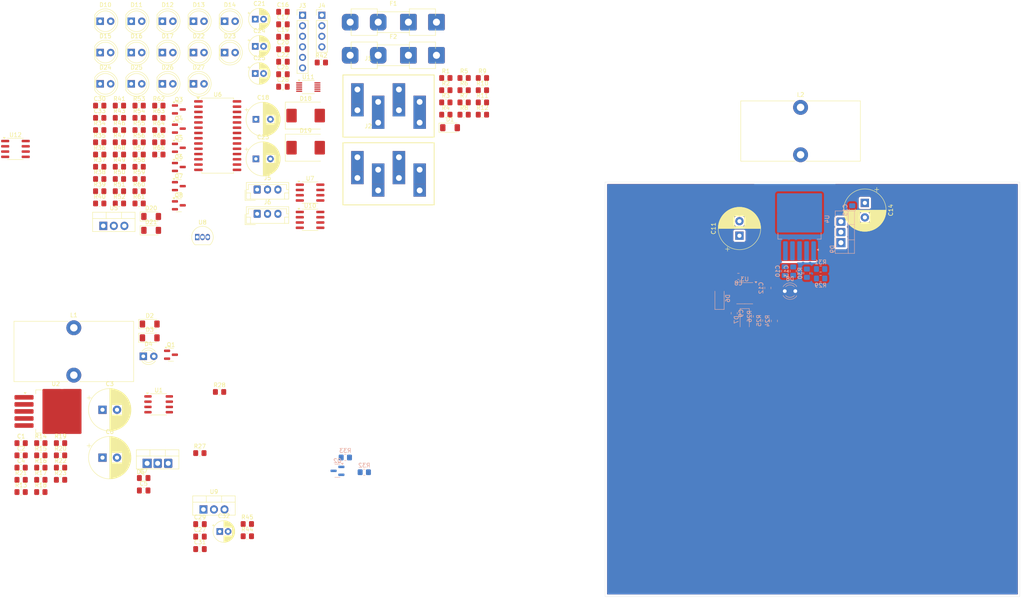
<source format=kicad_pcb>
(kicad_pcb (version 20240108) (generator "pcbnew") (generator_version "8.0")
  (layers (0 "F.Cu" signal) (31 "B.Cu" signal) (34 "B.Paste" user) (35 "F.Paste" user) (36 "B.SilkS" user "B.Silkscreen") (37 "F.SilkS" user "F.Silkscreen") (38 "B.Mask" user) (39 "F.Mask" user) (44 "Edge.Cuts" user))
  (net 0 "")
  (net 1 "GND")
  (net 2 "+5V")
  (net 3 "BOOST_CURRENT_FB")
  (net 4 "PV_VOLTAGE_POSITIVE")
  (net 5 "BUCK_CURRENT_FB")
  (net 6 "BATT_VOLTAGE_POSITIVE")
  (net 7 "Net-(U7-CAP+)")
  (net 8 "Net-(U7-CAP-)")
  (net 9 "-5V")
  (net 10 "BATT_VOLTAGE_FB")
  (net 11 "Net-(D4-A)")
  (net 12 "Net-(D4-K)")
  (net 13 "Net-(D8-K)")
  (net 14 "Net-(D8-A)")
  (net 15 "Net-(D10-A)")
  (net 16 "Net-(D11-A)")
  (net 17 "Net-(D12-A)")
  (net 18 "Net-(D13-A)")
  (net 19 "Net-(D14-A)")
  (net 20 "Net-(D15-A)")
  (net 21 "Net-(D16-A)")
  (net 22 "Net-(D17-A)")
  (net 23 "/Bidirectional Power Supply/Microcontroller/RS485_A")
  (net 24 "/Bidirectional Power Supply/Microcontroller/RS485_B")
  (net 25 "TEMP_HEATSINK")
  (net 26 "TEMP_BATT")
  (net 27 "Net-(D22-A)")
  (net 28 "Net-(D23-K)")
  (net 29 "Net-(D23-A)")
  (net 30 "Net-(D24-A)")
  (net 31 "Net-(D25-A)")
  (net 32 "Net-(D26-A)")
  (net 33 "Net-(D27-K)")
  (net 34 "Net-(D27-A)")
  (net 35 "Net-(J1-Pin_3)")
  (net 36 "PV_CURRENT_SHUNT_FB")
  (net 37 "Net-(J2-Pin_1)")
  (net 38 "BATT_CURRENT_SHUNT_FB")
  (net 39 "RST")
  (net 40 "PGC")
  (net 41 "DBG_UART")
  (net 42 "PGD")
  (net 44 "Net-(J5-Pin_3)")
  (net 45 "Net-(J6-Pin_3)")
  (net 47 "Net-(Q1-B)")
  (net 48 "+10V")
  (net 49 "Net-(Q2-B)")
  (net 50 "VREF_2.5V")
  (net 51 "PV_VOLTAGE_FB")
  (net 52 "Net-(U1A--)")
  (net 53 "Net-(U3A--)")
  (net 54 "ENABLE_BOOST")
  (net 55 "Net-(U4-VC)")
  (net 56 "Net-(U9-ADJ)")
  (net 57 "Net-(D2-K)")
  (net 58 "Net-(D2-A)")
  (net 59 "Net-(D5-A)")
  (net 60 "Net-(D6-K)")
  (net 61 "ENABLE_BUCK")
  (net 62 "Net-(D6-A)")
  (net 63 "Net-(U4-SW)")
  (net 64 "Net-(Q1-C)")
  (net 65 "LED_8")
  (net 66 "LED_7")
  (net 67 "DBG_LED_6")
  (net 68 "LED_5")
  (net 69 "LED_4")
  (net 70 "LED_3")
  (net 71 "LED_2")
  (net 72 "LED_1")
  (net 73 "Net-(Q3-C)")
  (net 74 "SDA")
  (net 75 "CLOCK")
  (net 76 "RS232_RX")
  (net 77 "PGD_LED_STATUS_2")
  (net 78 "PGC_LED_STATUS_1")
  (net 79 "RS232_TX")
  (net 80 "Net-(Q3-B)")
  (net 81 "Net-(Q4-B)")
  (net 82 "Net-(Q5-C)")
  (net 83 "FAN_HEATSINK")
  (net 84 "RS485_OUTPUT_ENABLE")
  (net 88 "Net-(Q5-B)")
  (net 89 "Net-(U1B--)")
  (net 90 "Net-(Q6-B)")
  (net 91 "Net-(Q6-C)")
  (net 92 "Net-(Q7-C)")
  (net 93 "Net-(Q7-B)")
  (net 94 "Net-(Q8-B)")
  (net 95 "Net-(R18-Pad1)")
  (net 96 "Net-(U3B--)")
  (net 97 "Net-(R29-Pad1)")
  (net 98 "Net-(U12A-+)")
  (net 99 "Net-(U12B-+)")
  (footprint "Resistor_SMD:R_0805_2012Metric_Pad1.20x1.40mm_HandSolder" (layer "F.Cu") (at 18.96 45.48)
    (property "Reference" "R46" (at 0 -1.65 0) (layer "F.SilkS"))
    (property "Value" "510R")
    (pad "1" smd roundrect (at -1 0) (size 1.2 1.4) (layers "F.Cu" "F.Paste" "F.Mask") (roundrect_rratio 0.208333) (net 2 "+5V"))
    (pad "2" smd roundrect (at 1 0) (size 1.2 1.4) (layers "F.Cu" "F.Paste" "F.Mask") (roundrect_rratio 0.208333) (net 24 "/Bidirectional Power Supply/Microcontroller/RS485_B"))
  )
  (footprint "Resistor_SMD:R_0805_2012Metric_Pad1.20x1.40mm_HandSolder" (layer "F.Cu") (at 14.21 51.38)
    (property "Reference" "R36" (at 0 -1.65 0) (layer "F.SilkS"))
    (property "Value" "120R")
    (pad "1" smd roundrect (at -1 0) (size 1.2 1.4) (layers "F.Cu" "F.Paste" "F.Mask") (roundrect_rratio 0.208333) (net 17 "Net-(D12-A)"))
    (pad "2" smd roundrect (at 1 0) (size 1.2 1.4) (layers "F.Cu" "F.Paste" "F.Mask") (roundrect_rratio 0.208333) (net 67 "DBG_LED_6"))
  )
  (footprint "Diode_SMD:D_SMC" (layer "F.Cu") (at 63.845 49.73)
    (property "Reference" "D19" (at 0 -4.1 0) (layer "F.SilkS"))
    (property "Value" "D_TVS")
    (pad "1" smd roundrect (at -3.4 0 90) (size 3.3 2.5) (layers "F.Cu" "F.Paste" "F.Mask") (roundrect_rratio 0.1) (net 1 "GND"))
    (pad "2" smd roundrect (at 3.4 0 90) (size 3.3 2.5) (layers "F.Cu" "F.Paste" "F.Mask") (roundrect_rratio 0.1) (net 24 "/Bidirectional Power Supply/Microcontroller/RS485_B"))
  )
  (footprint "LED_THT:LED_D5.0mm" (layer "F.Cu") (at 29.31 34.33)
    (property "Reference" "D26" (at 1.27 -3.96 0) (layer "F.SilkS"))
    (property "Value" "LED")
    (pad "1" thru_hole rect (at 0 0) (size 1.8 1.8) (drill 0.9) (layers "*.Cu" "*.Mask") (net 2 "+5V"))
    (pad "2" thru_hole circle (at 2.54 0) (size 1.8 1.8) (drill 0.9) (layers "*.Cu" "*.Mask") (net 32 "Net-(D26-A)"))
  )
  (footprint "Package_TO_SOT_THT:TO-92_Inline" (layer "F.Cu") (at 37.71 71.29)
    (property "Reference" "U8" (at 1.27 -3.56 0) (layer "F.SilkS"))
    (property "Value" "TL431LP")
    (pad "1" thru_hole rect (at 0 0) (size 1.05 1.5) (drill 0.75) (layers "*.Cu" "*.Mask") (net 50 "VREF_2.5V"))
    (pad "2" thru_hole oval (at 1.27 0) (size 1.05 1.5) (drill 0.75) (layers "*.Cu" "*.Mask") (net 1 "GND"))
    (pad "3" thru_hole oval (at 2.54 0) (size 1.05 1.5) (drill 0.75) (layers "*.Cu" "*.Mask") (net 50 "VREF_2.5V"))
  )
  (footprint "Resistor_SMD:R_0805_2012Metric_Pad1.20x1.40mm_HandSolder" (layer "F.Cu") (at 28.46 51.38)
    (property "Reference" "R66" (at 0 -1.65 0) (layer "F.SilkS"))
    (property "Value" "220R")
    (pad "1" smd roundrect (at -1 0) (size 1.2 1.4) (layers "F.Cu" "F.Paste" "F.Mask") (roundrect_rratio 0.208333) (net 1 "GND"))
    (pad "2" smd roundrect (at 1 0) (size 1.2 1.4) (layers "F.Cu" "F.Paste" "F.Mask") (roundrect_rratio 0.208333) (net 33 "Net-(D27-K)"))
  )
  (footprint "Resistor_SMD:R_0805_2012Metric_Pad1.20x1.40mm_HandSolder" (layer "F.Cu") (at 18.96 39.58)
    (property "Reference" "R41" (at 0 -1.65 0) (layer "F.SilkS"))
    (property "Value" "120R")
    (pad "1" smd roundrect (at -1 0) (size 1.2 1.4) (layers "F.Cu" "F.Paste" "F.Mask") (roundrect_rratio 0.208333) (net 22 "Net-(D17-A)"))
    (pad "2" smd roundrect (at 1 0) (size 1.2 1.4) (layers "F.Cu" "F.Paste" "F.Mask") (roundrect_rratio 0.208333) (net 72 "LED_1"))
  )
  (footprint "Package_TO_SOT_SMD:SOT-23" (layer "F.Cu") (at 33.28 59.005)
    (property "Reference" "Q7" (at 0 -2.4 0) (layer "F.SilkS"))
    (property "Value" "BC817")
    (pad "1" smd roundrect (at -0.9375 -0.95) (size 1.475 0.6) (layers "F.Cu" "F.Paste" "F.Mask") (net 93 "Net-(Q7-B)"))
    (pad "2" smd roundrect (at -0.9375 0.95) (size 1.475 0.6) (layers "F.Cu" "F.Paste" "F.Mask") (net 1 "GND"))
    (pad "3" smd roundrect (at 0.9375 0) (size 1.475 0.6) (layers "F.Cu" "F.Paste" "F.Mask") (net 92 "Net-(Q7-C)"))
  )
  (footprint "Resistor_SMD:R_0805_2012Metric_Pad1.20x1.40mm_HandSolder" (layer "F.Cu") (at 23.71 60.23)
    (property "Reference" "R60" (at 0 -1.65 0) (layer "F.SilkS"))
    (property "Value" "220R")
    (pad "1" smd roundrect (at -1 0) (size 1.2 1.4) (layers "F.Cu" "F.Paste" "F.Mask") (roundrect_rratio 0.208333) (net 82 "Net-(Q5-C)"))
    (pad "2" smd roundrect (at 1 0) (size 1.2 1.4) (layers "F.Cu" "F.Paste" "F.Mask") (roundrect_rratio 0.208333) (net 30 "Net-(D24-A)"))
  )
  (footprint "My-Footprints:Fuseholder_Clip-5x20mm_Eaton_1A5601-01_Inline_P20.80x6.76mm_D1.70mm_Horizontal" (layer "F.Cu") (at 74.575 27.44)
    (property "Reference" "F2" (at 10.4 -4.5 0) (layer "F.SilkS"))
    (property "Value" "Fuse")
    (pad "1" thru_hole roundrect (at 0 0) (size 4 4) (drill 1.7) (layers "*.Cu" "*.Mask") (net 36 "PV_CURRENT_SHUNT_FB"))
    (pad "1" thru_hole roundrect (at 6.76 0) (size 4 4) (drill 1.7) (layers "*.Cu" "*.Mask") (net 36 "PV_CURRENT_SHUNT_FB"))
    (pad "2" thru_hole roundrect (at 14.04 0) (size 4 4) (drill 1.7) (layers "*.Cu" "*.Mask") (roundrect_rratio 0.09259259259) (net 37 "Net-(J2-Pin_1)"))
    (pad "2" thru_hole roundrect (at 20.8 0) (size 4 4) (drill 1.7) (layers "*.Cu" "*.Mask") (roundrect_rratio 0.09259259259) (net 37 "Net-(J2-Pin_1)"))
  )
  (footprint "My-Footprints:Fuseholder_Clip-5x20mm_Eaton_1A5601-01_Inline_P20.80x6.76mm_D1.70mm_Horizontal" (layer "F.Cu") (at 74.575 19.45)
    (property "Reference" "F1" (at 10.4 -4.5 0) (layer "F.SilkS"))
    (property "Value" "Fuse")
    (pad "1" thru_hole roundrect (at 0 0) (size 4 4) (drill 1.7) (layers "*.Cu" "*.Mask") (net 35 "Net-(J1-Pin_3)"))
    (pad "1" thru_hole roundrect (at 6.76 0) (size 4 4) (drill 1.7) (layers "*.Cu" "*.Mask") (net 35 "Net-(J1-Pin_3)"))
    (pad "2" thru_hole roundrect (at 14.04 0) (size 4 4) (drill 1.7) (layers "*.Cu" "*.Mask") (roundrect_rratio 0.09259259259) (net 6 "BATT_VOLTAGE_POSITIVE"))
    (pad "2" thru_hole roundrect (at 20.8 0) (size 4 4) (drill 1.7) (layers "*.Cu" "*.Mask") (roundrect_rratio 0.09259259259) (net 6 "BATT_VOLTAGE_POSITIVE"))
  )
  (footprint "Resistor_SMD:R_0805_2012Metric_Pad1.20x1.40mm_HandSolder" (layer "F.Cu") (at 14.21 63.18)
    (property "Reference" "R40" (at 0 -1.65 0) (layer "F.SilkS"))
    (property "Value" "120R")
    (pad "1" smd roundrect (at -1 0) (size 1.2 1.4) (layers "F.Cu" "F.Paste" "F.Mask") (roundrect_rratio 0.208333) (net 21 "Net-(D16-A)"))
    (pad "2" smd roundrect (at 1 0) (size 1.2 1.4) (layers "F.Cu" "F.Paste" "F.Mask") (roundrect_rratio 0.208333) (net 71 "LED_2"))
  )
  (footprint "Package_SO:SOIC-8_3.9x4.9mm_P1.27mm" (layer "F.Cu") (at 64.91 67.14)
    (property "Reference" "U10" (at 0 -3.4 0) (layer "F.SilkS"))
    (property "Value" "ST485")
    (pad "1" smd roundrect (at -2.475 -1.905) (size 1.95 0.6) (layers "F.Cu" "F.Paste" "F.Mask") (net 76 "RS232_RX"))
    (pad "2" smd roundrect (at -2.475 -0.635) (size 1.95 0.6) (layers "F.Cu" "F.Paste" "F.Mask") (net 84 "RS485_OUTPUT_ENABLE"))
    (pad "3" smd roundrect (at -2.475 0.635) (size 1.95 0.6) (layers "F.Cu" "F.Paste" "F.Mask") (net 84 "RS485_OUTPUT_ENABLE"))
    (pad "4" smd roundrect (at -2.475 1.905) (size 1.95 0.6) (layers "F.Cu" "F.Paste" "F.Mask") (net 79 "RS232_TX"))
    (pad "5" smd roundrect (at 2.475 1.905) (size 1.95 0.6) (layers "F.Cu" "F.Paste" "F.Mask") (net 1 "GND"))
    (pad "6" smd roundrect (at 2.475 0.635) (size 1.95 0.6) (layers "F.Cu" "F.Paste" "F.Mask") (net 23 "/Bidirectional Power Supply/Microcontroller/RS485_A"))
    (pad "7" smd roundrect (at 2.475 -0.635) (size 1.95 0.6) (layers "F.Cu" "F.Paste" "F.Mask") (net 24 "/Bidirectional Power Supply/Microcontroller/RS485_B"))
    (pad "8" smd roundrect (at 2.475 -1.905) (size 1.95 0.6) (layers "F.Cu" "F.Paste" "F.Mask") (net 2 "+5V"))
  )
  (footprint "Resistor_SMD:R_0805_2012Metric_Pad1.20x1.40mm_HandSolder" (layer "F.Cu") (at 23.71 39.58)
    (property "Reference" "R53" (at 0 -1.65 0) (layer "F.SilkS"))
    (property "Value" "1k")
    (pad "1" smd roundrect (at -1 0) (size 1.2 1.4) (layers "F.Cu" "F.Paste" "F.Mask") (roundrect_rratio 0.208333) (net 98 "Net-(U12A-+)"))
    (pad "2" smd roundrect (at 1 0) (size 1.2 1.4) (layers "F.Cu" "F.Paste" "F.Mask") (roundrect_rratio 0.208333) (net 25 "TEMP_HEATSINK"))
  )
  (footprint "Package_SO:SOIC-8_3.9x4.9mm_P1.27mm" (layer "F.Cu") (at -6.1 50.03)
    (property "Reference" "U12" (at 0 -3.4 0) (layer "F.SilkS"))
    (property "Value" "LM358")
    (pad "1" smd roundrect (at -2.475 -1.905) (size 1.95 0.6) (layers "F.Cu" "F.Paste" "F.Mask") (net 98 "Net-(U12A-+)"))
    (pad "2" smd roundrect (at -2.475 -0.635) (size 1.95 0.6) (layers "F.Cu" "F.Paste" "F.Mask") (net 45 "Net-(J6-Pin_3)"))
    (pad "3" smd roundrect (at -2.475 0.635) (size 1.95 0.6) (layers "F.Cu" "F.Paste" "F.Mask") (net 98 "Net-(U12A-+)"))
    (pad "4" smd roundrect (at -2.475 1.905) (size 1.95 0.6) (layers "F.Cu" "F.Paste" "F.Mask") (net 1 "GND"))
    (pad "5" smd roundrect (at 2.475 1.905) (size 1.95 0.6) (layers "F.Cu" "F.Paste" "F.Mask") (net 99 "Net-(U12B-+)"))
    (pad "6" smd roundrect (at 2.475 0.635) (size 1.95 0.6) (layers "F.Cu" "F.Paste" "F.Mask") (net 44 "Net-(J5-Pin_3)"))
    (pad "7" smd roundrect (at 2.475 -0.635) (size 1.95 0.6) (layers "F.Cu" "F.Paste" "F.Mask") (net 99 "Net-(U12B-+)"))
    (pad "8" smd roundrect (at 2.475 -1.905) (size 1.95 0.6) (layers "F.Cu" "F.Paste" "F.Mask") (net 48 "+10V"))
  )
  (footprint "Capacitor_THT:CP_Radial_D10.0mm_P3.50mm" (layer "F.Cu") (at 14.880146 124.498)
    (property "Reference" "C6" (at 1.75 -6.25 0) (layer "F.SilkS"))
    (property "Value" "1000u/35V")
    (pad "1" thru_hole rect (at 0 0) (size 2 2) (drill 1) (layers "*.Cu" "*.Mask") (net 4 "PV_VOLTAGE_POSITIVE"))
    (pad "2" thru_hole circle (at 3.5 0) (size 2 2) (drill 1) (layers "*.Cu" "*.Mask") (net 1 "GND"))
  )
  (footprint "Diode_SMD:D_MiniMELF" (layer "F.Cu") (at 26.605 69.665)
    (property "Reference" "D21" (at 0 -2 0) (layer "F.SilkS"))
    (property "Value" "3V3")
    (pad "1" smd roundrect (at -1.75 0) (size 1.3 1.7) (layers "F.Cu" "F.Paste" "F.Mask") (roundrect_rratio 0.1923076923) (net 26 "TEMP_BATT"))
    (pad "2" smd roundrect (at 1.75 0) (size 1.3 1.7) (layers "F.Cu" "F.Paste" "F.Mask") (roundrect_rratio 0.1923076923) (net 1 "GND"))
  )
  (footprint "Resistor_SMD:R_0805_2012Metric_Pad1.20x1.40mm_HandSolder" (layer "F.Cu") (at 49.7855 140.508)
    (property "Reference" "R45" (at 0 -1.65 0) (layer "F.SilkS"))
    (property "Value" "240R")
    (pad "1" smd roundrect (at -1 0) (size 1.2 1.4) (layers "F.Cu" "F.Paste" "F.Mask") (roundrect_rratio 0.208333) (net 56 "Net-(U9-ADJ)"))
    (pad "2" smd roundrect (at 1 0) (size 1.2 1.4) (layers "F.Cu" "F.Paste" "F.Mask") (roundrect_rratio 0.208333) (net 48 "+10V"))
  )
  (footprint "Capacitor_THT:CP_Radial_D10.0mm_P3.50mm" (layer "F.Cu") (at 168.402 70.959677 90)
    (property "Reference" "C11" (at 1.75 -6.25 270) (layer "F.SilkS"))
    (property "Value" "1000u/35V")
    (pad "1" thru_hole rect (at 0 0 90) (size 2 2) (drill 1) (layers "*.Cu" "*.Mask") (net 4 "PV_VOLTAGE_POSITIVE"))
    (pad "2" thru_hole circle (at 3.5 0 90) (size 2 2) (drill 1) (layers "*.Cu" "*.Mask") (net 1 "GND"))
  )
  (footprint "Capacitor_SMD:C_0805_2012Metric_Pad1.18x1.45mm_HandSolder" (layer "F.Cu") (at 58.37 25.99)
    (property "Reference" "C20" (at 0 -1.68 0) (layer "F.SilkS"))
    (property "Value" "100n")
    (pad "1" smd roundrect (at -1.0375 0) (size 1.175 1.45) (layers "F.Cu" "F.Paste" "F.Mask") (roundrect_rratio 0.212766) (net 6 "BATT_VOLTAGE_POSITIVE"))
    (pad "2" smd roundrect (at 1.0375 0) (size 1.175 1.45) (layers "F.Cu" "F.Paste" "F.Mask") (roundrect_rratio 0.212766) (net 1 "GND"))
  )
  (footprint "Capacitor_SMD:C_0805_2012Metric_Pad1.18x1.45mm_HandSolder" (layer "F.Cu") (at 58.37 19.97)
    (property "Reference" "C17" (at 0 -1.68 0) (layer "F.SilkS"))
    (property "Value" "100n")
    (pad "1" smd roundrect (at -1.0375 0) (size 1.175 1.45) (layers "F.Cu" "F.Paste" "F.Mask") (roundrect_rratio 0.212766) (net 2 "+5V"))
    (pad "2" smd roundrect (at 1.0375 0) (size 1.175 1.45) (layers "F.Cu" "F.Paste" "F.Mask") (roundrect_rratio 0.212766) (net 1 "GND"))
  )
  (footprint "LED_THT:LED_D5.0mm" (layer "F.Cu") (at 21.81 19.23)
    (property "Reference" "D11" (at 1.27 -3.96 0) (layer "F.SilkS"))
    (property "Value" "LED")
    (pad "1" thru_hole rect (at 0 0) (size 1.8 1.8) (drill 0.9) (layers "*.Cu" "*.Mask") (net 1 "GND"))
    (pad "2" thru_hole circle (at 2.54 0) (size 1.8 1.8) (drill 0.9) (layers "*.Cu" "*.Mask") (net 16 "Net-(D11-A)"))
  )
  (footprint "Resistor_SMD:R_0805_2012Metric_Pad1.20x1.40mm_HandSolder" (layer "F.Cu") (at 14.21 45.48)
    (property "Reference" "R34" (at 0 -1.65 0) (layer "F.SilkS"))
    (property "Value" "120R")
    (pad "1" smd roundrect (at -1 0) (size 1.2 1.4) (layers "F.Cu" "F.Paste" "F.Mask") (roundrect_rratio 0.208333) (net 15 "Net-(D10-A)"))
    (pad "2" smd roundrect (at 1 0) (size 1.2 1.4) (layers "F.Cu" "F.Paste" "F.Mask") (roundrect_rratio 0.208333) (net 65 "LED_8"))
  )
  (footprint "Capacitor_SMD:C_0805_2012Metric_Pad1.18x1.45mm_HandSolder" (layer "F.Cu") (at 38.3755 146.558)
    (property "Reference" "C31" (at 0 -1.68 0) (layer "F.SilkS"))
    (property "Value" "100n")
    (pad "1" smd roundrect (at -1.0375 0) (size 1.175 1.45) (layers "F.Cu" "F.Paste" "F.Mask") (roundrect_rratio 0.212766) (net 48 "+10V"))
    (pad "2" smd roundrect (at 1.0375 0) (size 1.175 1.45) (layers "F.Cu" "F.Paste" "F.Mask") (roundrect_rratio 0.212766) (net 1 "GND"))
  )
  (footprint "LED_THT:LED_D5.0mm" (layer "F.Cu") (at 21.81 26.78)
    (property "Reference" "D16" (at 1.27 -3.96 0) (layer "F.SilkS"))
    (property "Value" "LED")
    (pad "1" thru_hole rect (at 0 0) (size 1.8 1.8) (drill 0.9) (layers "*.Cu" "*.Mask") (net 1 "GND"))
    (pad "2" thru_hole circle (at 2.54 0) (size 1.8 1.8) (drill 0.9) (layers "*.Cu" "*.Mask") (net 21 "Net-(D16-A)"))
  )
  (footprint "My-Footprints-connectors:Flat-6,3mm-connector-4P" (layer "F.Cu") (at 72.825 32.185)
    (property "Reference" "J1" (at 6.1 -4 0) (layer "F.SilkS"))
    (property "Value" "V_IN")
    (pad "1" thru_hole rect (at 3.5 3.5) (size 3 5) (drill 1.4 (offset 0 1)) (layers "*.Cu" "*.Mask") (net 38 "BATT_CURRENT_SHUNT_FB"))
    (pad "1" thru_hole rect (at 3.5 8.5) (size 3 3) (drill 1.4) (layers "*.Cu" "*.Mask") (net 38 "BATT_CURRENT_SHUNT_FB"))
    (pad "2" thru_hole rect (at 8.5 6.5) (size 3 5) (drill 1.4 (offset 0 1)) (layers "*.Cu" "*.Mask") (net 38 "BATT_CURRENT_SHUNT_FB"))
    (pad "2" thru_hole rect (at 8.5 11.5) (size 3 3) (drill 1.4) (layers "*.Cu" "*.Mask") (net 38 "BATT_CURRENT_SHUNT_FB"))
    (pad "3" thru_hole rect (at 13.5 3.5) (size 3 5) (drill 1.4 (offset 0 1)) (layers "*.Cu" "*.Mask") (net 35 "Net-(J1-Pin_3)"))
    (pad "3" thru_hole rect (at 13.5 8.5) (size 3 3) (drill 1.4) (layers "*.Cu" "*.Mask") (net 35 "Net-(J1-Pin_3)"))
    (pad "4" thru_hole rect (at 18.5 6.5) (size 3 5) (drill 1.4 (offset 0 1)) (layers "*.Cu" "*.Mask") (net 35 "Net-(J1-Pin_3)"))
    (pad "4" thru_hole rect (at 18.5 11.5) (size 3 3) (drill 1.4) (layers "*.Cu" "*.Mask") (net 35 "Net-(J1-Pin_3)"))
  )
  (footprint "Diode_SMD:D_MiniMELF" (layer "F.Cu") (at 26.2605 95.603)
    (property "Reference" "D3" (at 0 -2 0) (layer "F.SilkS"))
    (property "Value" "3V3")
    (pad "1" smd roundrect (at -1.75 0) (size 1.3 1.7) (layers "F.Cu" "F.Paste" "F.Mask") (roundrect_rratio 0.1923076923) (net 5 "BUCK_CURRENT_FB"))
    (pad "2" smd roundrect (at 1.75 0) (size 1.3 1.7) (layers "F.Cu" "F.Paste" "F.Mask") (roundrect_rratio 0.1923076923) (net 1 "GND"))
  )
  (footprint "Capacitor_THT:CP_Radial_D10.0mm_P3.50mm" (layer "F.Cu") (at 198.628 63.048 -90)
    (property "Reference" "C14" (at 1.75 -6.25 90) (layer "F.SilkS"))
    (property "Value" "1000u/35V")
    (pad "1" thru_hole rect (at 0 0 270) (size 2 2) (drill 1) (layers "*.Cu" "*.Mask") (net 6 "BATT_VOLTAGE_POSITIVE"))
    (pad "2" thru_hole circle (at 3.5 0 270) (size 2 2) (drill 1) (layers "*.Cu" "*.Mask") (net 1 "GND"))
  )
  (footprint "LED_THT:LED_D3.0mm" (layer "F.Cu") (at 24.7155 100.048)
    (property "Reference" "D4" (at 1.27 -2.96 0) (layer "F.SilkS"))
    (property "Value" "LED")
    (pad "1" thru_hole rect (at 0 0) (size 1.8 1.8) (drill 0.9) (layers "*.Cu" "*.Mask") (net 12 "Net-(D4-K)"))
    (pad "2" thru_hole circle (at 2.54 0) (size 1.8 1.8) (drill 0.9) (layers "*.Cu" "*.Mask") (net 11 "Net-(D4-A)"))
  )
  (footprint "LED_THT:LED_D5.0mm" (layer "F.Cu") (at 44.31 26.78)
    (property "Reference" "D23" (at 1.27 -3.96 0) (layer "F.SilkS"))
    (property "Value" "LED")
    (pad "1" thru_hole rect (at 0 0) (size 1.8 1.8) (drill 0.9) (layers "*.Cu" "*.Mask") (net 28 "Net-(D23-K)"))
    (pad "2" thru_hole circle (at 2.54 0) (size 1.8 1.8) (drill 0.9) (layers "*.Cu" "*.Mask") (net 29 "Net-(D23-A)"))
  )
  (footprint "Resistor_SMD:R_0805_2012Metric_Pad1.20x1.40mm_HandSolder" (layer "F.Cu") (at 0.0155 123.948)
    (property "Reference" "R15" (at 0 -1.65 0) (layer "F.SilkS"))
    (property "Value" "1k")
    (pad "1" smd roundrect (at -1 0) (size 1.2 1.4) (layers "F.Cu" "F.Paste" "F.Mask") (roundrect_rratio 0.208333) (net 5 "BUCK_CURRENT_FB"))
    (pad "2" smd roundrect (at 1 0) (size 1.2 1.4) (layers "F.Cu" "F.Paste" "F.Mask") (roundrect_rratio 0.208333) (net 57 "Net-(D2-K)"))
  )
  (footprint "LED_THT:LED_D5.0mm" (layer "F.Cu") (at 29.31 26.78)
    (property "Reference" "D17" (at 1.27 -3.96 0) (layer "F.SilkS"))
    (property "Value" "LED")
    (pad "1" thru_hole rect (at 0 0) (size 1.8 1.8) (drill 0.9) (layers "*.Cu" "*.Mask") (net 1 "GND"))
    (pad "2" thru_hole circle (at 2.54 0) (size 1.8 1.8) (drill 0.9) (layers "*.Cu" "*.Mask") (net 22 "Net-(D17-A)"))
  )
  (footprint "Connector_PinHeader_2.54mm:PinHeader_1x04_P2.54mm_Vertical" (layer "F.Cu") (at 67.75 17.78)
    (property "Reference" "J4" (at 0 -2.33 0) (layer "F.SilkS"))
    (property "Value" "RS485")
    (pad "1" thru_hole rect (at 0 0) (size 1.7 1.7) (drill 1) (layers "*.Cu" "*.Mask") (net 2 "+5V"))
    (pad "2" thru_hole oval (at 0 2.54) (size 1.7 1.7) (drill 1) (layers "*.Cu" "*.Mask") (net 24 "/Bidirectional Power Supply/Microcontroller/RS485_B"))
    (pad "3" thru_hole oval (at 0 5.08) (size 1.7 1.7) (drill 1) (layers "*.Cu" "*.Mask") (net 23 "/Bidirectional Power Supply/Microcontroller/RS485_A"))
    (pad "4" thru_hole oval (at 0 7.62) (size 1.7 1.7) (drill 1) (layers "*.Cu" "*.Mask") (net 1 "GND"))
  )
  (footprint "Resistor_SMD:R_0805_2012Metric_Pad1.20x1.40mm_HandSolder" (layer "F.Cu") (at 14.21 54.33)
    (property "Reference" "R37" (at 0 -1.65 0) (layer "F.SilkS"))
    (property "Value" "120R")
    (pad "1" smd roundrect (at -1 0) (size 1.2 1.4) (layers "F.Cu" "F.Paste" "F.Mask") (roundrect_rratio 0.208333) (net 18 "Net-(D13-A)"))
    (pad "2" smd roundrect (at 1 0) (size 1.2 1.4) (layers "F.Cu" "F.Paste" "F.Mask") (roundrect_rratio 0.208333) (net 68 "LED_5"))
  )
  (footprint "Package_TO_SOT_THT:TO-220-3_Vertical" (layer "F.Cu") (at 39.2055 136.998)
    (property "Reference" "U9" (at 2.54 -4.27 0) (layer "F.SilkS"))
    (property "Value" "LM317_TO-220")
    (pad "1" thru_hole rect (at 0 0) (size 1.905 2) (drill 1.1) (layers "*.Cu" "*.Mask") (net 56 "Net-(U9-ADJ)"))
    (pad "2" thru_hole oval (at 2.54 0) (size 1.905 2) (drill 1.1) (layers "*.Cu" "*.Mask") (net 48 "+10V"))
    (pad "3" thru_hole oval (at 5.08 0) (size 1.905 2) (drill 1.1) (layers "*.Cu" "*.Mask") (net 6 "BATT_VOLTAGE_POSITIVE"))
  )
  (footprint "Capacitor_SMD:C_0805_2012Metric_Pad1.18x1.45mm_HandSolder" (layer "F.Cu") (at 38.3755 143.548)
    (property "Reference" "C27" (at 0 -1.68 0) (layer "F.SilkS"))
    (property "Value" "100n")
    (pad "1" smd roundrect (at -1.0375 0) (size 1.175 1.45) (layers "F.Cu" "F.Paste" "F.Mask") (roundrect_rratio 0.212766) (net 6 "BATT_VOLTAGE_POSITIVE"))
    (pad "2" smd roundrect (at 1.0375 0) (size 1.175 1.45) (layers "F.Cu" "F.Paste" "F.Mask") (roundrect_rratio 0.212766) (net 1 "GND"))
  )
  (footprint "Resistor_SMD:R_0805_2012Metric_Pad1.20x1.40mm_HandSolder" (layer "F.Cu") (at 4.7655 129.848)
    (property "Reference" "R23" (at 0 -1.65 0) (layer "F.SilkS"))
    (property "Value" "1k")
    (pad "1" smd roundrect (at -1 0) (size 1.2 1.4) (layers "F.Cu" "F.Paste" "F.Mask") (roundrect_rratio 0.208333) (net 47 "Net-(Q1-B)"))
    (pad "2" smd roundrect (at 1 0) (size 1.2 1.4) (layers "F.Cu" "F.Paste" "F.Mask") (roundrect_rratio 0.208333) (net 61 "ENABLE_BUCK"))
  )
  (footprint "Package_TO_SOT_SMD:SOT-23" (layer "F.Cu") (at 33.28 49.755)
    (property "Reference" "Q5" (at 0 -2.4 0) (layer "F.SilkS"))
    (property "Value" "BC817")
    (pad "1" smd roundrect (at -0.9375 -0.95) (size 1.475 0.6) (layers "F.Cu" "F.Paste" "F.Mask") (net 88 "Net-(Q5-B)"))
    (pad "2" smd roundrect (at -0.9375 0.95) (size 1.475 0.6) (layers "F.Cu" "F.Paste" "F.Mask") (net 1 "GND"))
    (pad "3" smd roundrect (at 0.9375 0) (size 1.475 0.6) (layers "F.Cu" "F.Paste" "F.Mask") (net 82 "Net-(Q5-C)"))
  )
  (footprint "Capacitor_THT:CP_Radial_D8.0mm_P3.50mm" (layer "F.Cu") (at 51.854698 42.88)
    (property "Reference" "C18" (at 1.75 -5.25 0) (layer "F.SilkS"))
    (property "Value" "470u/35V")
    (pad "1" thru_hole rect (at 0 0) (size 1.6 1.6) (drill 0.8) (layers "*.Cu" "*.Mask") (net 6 "BATT_VOLTAGE_POSITIVE"))
    (pad "2" thru_hole circle (at 3.5 0) (size 1.6 1.6) (drill 0.8) (layers "*.Cu" "*.Mask") (net 1 "GND"))
  )
  (footprint "Connector_PinHeader_2.54mm:PinHeader_1x06_P2.54mm_Vertical" (layer "F.Cu") (at 63.1 17.78)
    (property "Reference" "J3" (at 0 -2.33 0) (layer "F.SilkS"))
    (property "Value" "ICP")
    (pad "1" thru_hole rect (at 0 0) (size 1.7 1.7) (drill 1) (layers "*.Cu" "*.Mask") (net 39 "RST"))
    (pad "2" thru_hole oval (at 0 2.54) (size 1.7 1.7) (drill 1) (layers "*.Cu" "*.Mask") (net 2 "+5V"))
    (pad "3" thru_hole oval (at 0 5.08) (size 1.7 1.7) (drill 1) (layers "*.Cu" "*.Mask") (net 1 "GND"))
    (pad "4" thru_hole oval (at 0 7.62) (size 1.7 1.7) (drill 1) (layers "*.Cu" "*.Mask") (net 42 "PGD"))
    (pad "5" thru_hole oval (at 0 10.16) (size 1.7 1.7) (drill 1) (layers "*.Cu" "*.Mask") (net 40 "PGC"))
    (pad "6" thru_hole oval (at 0 12.7) (size 1.7 1.7) (drill 1) (layers "*.Cu" "*.Mask") (net 41 "DBG_UART"))
  )
  (footprint "Resistor_SMD:R_0805_2012Metric_Pad1.20x1.40mm_HandSolder" (layer "F.Cu") (at 14.21 60.23)
    (property "Reference" "R39" (at 0 -1.65 0) (layer "F.SilkS"))
    (property "Value" "120R")
    (pad "1" smd roundrect (at -1 0) (size 1.2 1.4) (layers "F.Cu" "F.Paste" "F.Mask") (roundrect_rratio 0.208333) (net 20 "Net-(D15-A)"))
    (pad "2" smd roundrect (at 1 0) (size 1.2 1.4) (layers "F.Cu" "F.Paste" "F.Mask") (roundrect_rratio 0.208333) (net 70 "LED_3"))
  )
  (footprint "Resistor_SMD:R_0805_2012Metric_Pad1.20x1.40mm_HandSolder" (layer "F.Cu") (at 23.71 42.53)
    (property "Reference" "R54" (at 0 -1.65 0) (layer "F.SilkS"))
    (property "Value" "1k")
    (pad "1" smd roundrect (at -1 0) (size 1.2 1.4) (layers "F.Cu" "F.Paste" "F.Mask") (roundrect_rratio 0.208333) (net 99 "Net-(U12B-+)"))
    (pad "2" smd roundrect (at 1 0) (size 1.2 1.4) (layers "F.Cu" "F.Paste" "F.Mask") (roundrect_rratio 0.208333) (net 26 "TEMP_BATT"))
  )
  (footprint "Resistor_SMD:R_0805_2012Metric_Pad1.20x1.40mm_HandSolder" (layer "F.Cu") (at -4.7345 129.848)
    (property "Reference" "R21" (at 0 -1.65 0) (layer "F.SilkS"))
    (property "Value" "1K")
    (pad "1" smd roundrect (at -1 0) (size 1.2 1.4) (layers "F.Cu" "F.Paste" "F.Mask") (roundrect_rratio 0.208333) (net 64 "Net-(Q1-C)"))
    (pad "2" smd roundrect (at 1 0) (size 1.2 1.4) (layers "F.Cu" "F.Paste" "F.Mask") (roundrect_rratio 0.208333) (net 1 "GND"))
  )
  (footprint "Resistor_SMD:R_0805_2012Metric_Pad1.20x1.40mm_HandSolder" (layer "F.Cu") (at 14.21 48.43)
    (property "Reference" "R35" (at 0 -1.65 0) (layer "F.SilkS"))
    (property "Value" "120R")
    (pad "1" smd roundrect (at -1 0) (size 1.2 1.4) (layers "F.Cu" "F.Paste" "F.Mask") (roundrect_rratio 0.208333) (net 16 "Net-(D11-A)"))
    (pad "2" smd roundrect (at 1 0) (size 1.2 1.4) (layers "F.Cu" "F.Paste" "F.Mask") (roundrect_rratio 0.208333) (net 66 "LED_7"))
  )
  (footprint "Resistor_SMD:R_0805_2012Metric_Pad1.20x1.40mm_HandSolder" (layer "F.Cu") (at 106.45 38.81)
    (property "Reference" "R11" (at 0 -1.65 0) (layer "F.SilkS"))
    (property "Value" "R")
    (pad "1" smd roundrect (at -1 0) (size 1.2 1.4) (layers "F.Cu" "F.Paste" "F.Mask") (roundrect_rratio 0.208333) (net 51 "PV_VOLTAGE_FB"))
    (pad "2" smd roundrect (at 1 0) (size 1.2 1.4) (layers "F.Cu" "F.Paste" "F.Mask") (roundrect_rratio 0.208333) (net 36 "PV_CURRENT_SHUNT_FB"))
  )
  (footprint "Resistor_SMD:R_0805_2012Metric_Pad1.20x1.40mm_HandSolder" (layer "F.Cu") (at 106.45 35.86)
    (property "Reference" "R10" (at 0 -1.65 0) (layer "F.SilkS"))
    (property "Value" "100mR")
    (pad "1" smd roundrect (at -1 0) (size 1.2 1.4) (layers "F.Cu" "F.Paste" "F.Mask") (roundrect_rratio 0.208333) (net 4 "PV_VOLTAGE_POSITIVE"))
    (pad "2" smd roundrect (at 1 0) (size 1.2 1.4) (layers "F.Cu" "F.Paste" "F.Mask") (roundrect_rratio 0.208333) (net 36 "PV_CURRENT_SHUNT_FB"))
  )
  (footprint "LED_THT:LED_D5.0mm" (layer "F.Cu") (at 44.31 19.23)
    (property "Reference" "D14" (at 1.27 -3.96 0) (layer "F.SilkS"))
    (property "Value" "LED")
    (pad "1" thru_hole rect (at 0 0) (size 1.8 1.8) (drill 0.9) (layers "*.Cu" "*.Mask") (net 1 "GND"))
    (pad "2" thru_hole circle (at 2.54 0) (size 1.8 1.8) (drill 0.9) (layers "*.Cu" "*.Mask") (net 19 "Net-(D14-A)"))
  )
  (footprint "Resistor_SMD:R_0805_2012Metric_Pad1.20x1.40mm_HandSolder" (layer "F.Cu") (at 0.0155 126.898)
    (property "Reference" "R16" (at 0 -1.65 0) (layer "F.SilkS"))
    (property "Value" "1k")
    (pad "1" smd roundrect (at -1 0) (size 1.2 1.4) (layers "F.Cu" "F.Paste" "F.Mask") (roundrect_rratio 0.208333) (net 50 "VREF_2.5V"))
    (pad "2" smd roundrect (at 1 0) (size 1.2 1.4) (layers "F.Cu" "F.Paste" "F.Mask") (roundrect_rratio 0.208333) (net 52 "Net-(U1A--)"))
  )
  (footprint "Resistor_SMD:R_0805_2012Metric_Pad1.20x1.40mm_HandSolder" (layer "F.Cu") (at -4.7345 120.998)
    (property "Reference" "C1" (at 0 -1.65 0) (layer "F.SilkS"))
    (property "Value" "100n")
    (pad "1" smd roundrect (at -1 0) (size 1.2 1.4) (layers "F.Cu" "F.Paste" "F.Mask") (roundrect_rratio 0.208333) (net 2 "+5V"))
    (pad "2" smd roundrect (at 1 0) (size 1.2 1.4) (layers "F.Cu" "F.Paste" "F.Mask") (roundrect_rratio 0.208333) (net 1 "GND"))
  )
  (footprint "Capacitor_THT:CP_Radial_D8.0mm_P3.50mm" (layer "F.Cu") (at 51.854698 52.43)
    (property "Reference" "C23" (at 1.75 -5.25 0) (layer "F.SilkS"))
    (property "Value" "100u/10V")
    (pad "1" thru_hole rect (at 0 0) (size 1.6 1.6) (drill 0.8) (layers "*.Cu" "*.Mask") (net 2 "+5V"))
    (pad "2" thru_hole circle (at 3.5 0) (size 1.6 1.6) (drill 0.8) (layers "*.Cu" "*.Mask") (net 1 "GND"))
  )
  (footprint "Resistor_SMD:R_0805_2012Metric_Pad1.20x1.40mm_HandSolder" (layer "F.Cu") (at 97.63 32.91)
    (property "Reference" "R1" (at 0 -1.65 0) (layer "F.SilkS"))
    (property "Value" "10k")
    (pad "1" smd roundrect (at -1 0) (size 1.2 1.4) (layers "F.Cu" "F.Paste" "F.Mask") (roundrect_rratio 0.208333) (net 10 "BATT_VOLTAGE_FB"))
    (pad "2" smd roundrect (at 1 0) (size 1.2 1.4) (layers "F.Cu" "F.Paste" "F.Mask") (roundrect_rratio 0.208333) (net 6 "BATT_VOLTAGE_POSITIVE"))
  )
  (footprint "Package_TO_SOT_SMD:TO-263-5_TabPin3" (layer "F.Cu") (at 3.6155 113.348)
    (property "Reference" "U2" (at 0 -6.65 0) (layer "F.SilkS"))
    (property "Value" "XL6019")
    (pad "1" smd roundrect (at -7.65 -3.4) (size 4.6 1.1) (layers "F.Cu" "F.Paste" "F.Mask") (roundrect_rratio 0.227273) (net 1 "GND"))
    (pad "2" smd roundrect (at -7.65 -1.7) (size 4.6 1.1) (layers "F.Cu" "F.Paste" "F.Mask") (roundrect_rratio 0.227273) (net 64 "Net-(Q1-C)"))
    (pad "3" smd roundrect (at -7.65 0) (size 4.6 1.1) (layers "F.Cu" "F.Paste" "F.Mask") (roundrect_rratio 0.227273) (net 59 "Net-(D5-A)"))
    (pad "3" smd roundrect (at -0.925 -2.775) (size 4.55 5.25) (layers "F.Cu" "F.Paste") (roundrect_rratio 0.054945) (net 59 "Net-(D5-A)"))
    (pad "3" smd roundrect (at -0.925 2.775) (size 4.55 5.25) (layers "F.Cu" "F.Paste") (roundrect_rratio 0.054945) (net 59 "Net-(D5-A)"))
    (pad "3" smd roundrect (at 1.5 0) (size 9.4 10.8) (layers "F.Cu" "F.Mask") (roundrect_rratio 0.026596) (net 59 "Net-(D5-A)"))
    (pad "3" smd roundrect (at 3.925 -2.775) (size 4.55 5.25) (layers "F.Cu" "F.Paste") (roundrect_rratio 0.054945) (net 59 "Net-(D5-A)"))
    (pad "3" smd roundrect (at 3.925 2.775) (size 4.55 5.25) (layers "F.Cu" "F.Paste") (roundrect_rratio 0.054945) (net 59 "Net-(D5-A)"))
    (pad "4" smd roundrect (at -7.65 1.7) (size 4.6 1.1) (layers "F.Cu" "F.Paste" "F.Mask") (roundrect_rratio 0.227273) (net 6 "BATT_VOLTAGE_POSITIVE"))
    (pad "5" smd roundrect (at -7.65 3.4) (size 4.6 1.1) (layers "F.Cu" "F.Paste" "F.Mask") (roundrect_rratio 0.227273) (net 12 "Net-(D4-K)"))
  )
  (footprint "Capacitor_SMD:C_0805_2012Metric_Pad1.18x1.45mm_HandSolder" (layer "F.Cu") (at 58.37 32.01)
    (property "Reference" "C26" (at 0 -1.68 0) (layer "F.SilkS"))
    (property "Value" "100n")
    (pad "1" smd roundrect (at -1.0375 0) (size 1.175 1.45) (layers "F.Cu" "F.Paste" "F.Mask") (roundrect_rratio 0.212766) (net 9 "-5V"))
    (pad "2" smd roundrect (at 1.0375 0) (size 1.175 1.45) (layers "F.Cu" "F.Paste" "F.Mask") (roundrect_rratio 0.212766) (net 1 "GND"))
  )
  (footprint "Capacitor_THT:CP_Radial_D5.0mm_P2.00mm" (layer "F.Cu") (at 51.699775 31.83)
    (property "Reference" "C25" (at 1 -3.75 0) (layer "F.SilkS"))
    (property "Value" "22u/6,3V")
    (pad "1" thru_hole rect (at 0 0) (size 1.6 1.6) (drill 0.8) (layers "*.Cu" "*.Mask") (net 1 "GND"))
    (pad "2" thru_hole circle (at 2 0) (size 1.6 1.6) (drill 0.8) (layers "*.Cu" "*.Mask") (net 9 "-5V"))
  )
  (footprint "Resistor_SMD:R_0805_2012Metric_Pad1.20x1.40mm_HandSolder" (layer "F.Cu") (at 102.04 35.86)
    (property "Reference" "R6" (at 0 -1.65 0) (layer "F.SilkS"))
    (property "Value" "50m")
    (pad "1" smd roundrect (at -1 0) (size 1.2 1.4) (layers "F.Cu" "F.Paste" "F.Mask") (roundrect_rratio 0.208333) (net 38 "BATT_CURRENT_SHUNT_FB"))
    (pad "2" smd roundrect (at 1 0) (size 1.2 1.4) (layers "F.Cu" "F.Paste" "F.Mask") (roundrect_rratio 0.208333) (net 1 "GND"))
  )
  (footprint "Inductor_THT:L_Toroid_Vertical_L28.6mm_W14.3mm_P11.43mm_Bourns_5700" (layer "F.Cu") (at 7.9655 93.168)
    (property "Reference" "L1" (at 0 -3.05 0) (layer "F.SilkS"))
    (property "Value" "47u")
    (pad "1" thru_hole circle (at 0 0) (size 3.6 3.6) (drill 1.8) (layers "*.Cu" "*.Mask") (net 6 "BATT_VOLTAGE_POSITIVE"))
    (pad "2" thru_hole circle (at 0 11.43) (size 3.6 3.6) (drill 1.8) (layers "*.Cu" "*.Mask") (net 59 "Net-(D5-A)"))
  )
  (footprint "Connector_JST:JST_EH_B3B-EH-A_1x03_P2.50mm_Vertical" (layer "F.Cu") (at 52.16 65.68)
    (property "Reference" "J6" (at 2.5 -2.8 0) (layer "F.SilkS"))
    (property "Value" "TEMP_BUCK")
    (pad "1" thru_hole roundrect (at 0 0) (size 1.7 1.95) (drill 0.95) (layers "*.Cu" "*.Mask") (roundrect_rratio 0.147059) (net 1 "GND"))
    (pad "2" thru_hole oval (at 2.5 0) (size 1.7 1.95) (drill 0.95) (layers "*.Cu" "*.Mask"))
    (pad "3" thru_hole oval (at 5 0) (size 1.7 1.95) (drill 0.95) (layers "*.Cu" "*.Mask") (net 45 "Net-(J6-Pin_3)"))
  )
  (footprint "Capacitor_THT:CP_Radial_D5.0mm_P2.00mm" (layer "F.Cu") (at 51.699775 25.28)
    (property "Reference" "C24" (at 1 -3.75 0) (layer "F.SilkS"))
    (property "Value" "10u/10V")
    (pad "1" thru_hole rect (at 0 0) (size 1.6 1.6) (drill 0.8) (layers "*.Cu" "*.Mask") (net 7 "Net-(U7-CAP+)"))
    (pad "2" thru_hole circle (at 2 0) (size 1.6 1.6) (drill 0.8) (layers "*.Cu" "*.Mask") (net 8 "Net-(U7-CAP-)"))
  )
  (footprint "Resistor_SMD:R_0805_2012Metric_Pad1.20x1.40mm_HandSolder" (layer "F.Cu") (at 43.0955 108.648)
    (property "Reference" "R28" (at 0 -1.65 0) (layer "F.SilkS"))
    (property "Value" "100k")
    (pad "1" smd roundrect (at -1 0) (size 1.2 1.4) (layers "F.Cu" "F.Paste" "F.Mask") (roundrect_rratio 0.208333) (net 53 "Net-(U3A--)"))
    (pad "2" smd roundrect (at 1 0) (size 1.2 1.4) (layers "F.Cu" "F.Paste" "F.Mask") (roundrect_rratio 0.208333) (net 1 "GND"))
  )
  (footprint "Resistor_SMD:R_0805_2012Metric_Pad1.20x1.40mm_HandSolder" (layer "F.Cu") (at 97.63 41.76)
    (property "Reference" "R4" (at 0 -1.65 0) (layer "F.SilkS"))
    (property "Value" "50m")
    (pad "1" smd roundrect (at -1 0) (size 1.2 1.4) (layers "F.Cu" "F.Paste" "F.Mask") (roundrect_rratio 0.208333) (net 38 "BATT_CURRENT_SHUNT_FB"))
    (pad "2" smd roundrect (at 1 0) (size 1.2 1.4) (layers "F.Cu" "F.Paste" "F.Mask") (roundrect_rratio 0.208333) (net 1 "GND"))
  )
  (footprint "Diode_SMD:D_MiniMELF" (layer "F.Cu") (at 26.2605 92.263)
    (property "Reference" "D2" (at 0 -2 0) (layer "F.SilkS"))
    (property "Value" "LL4148")
    (pad "1" smd roundrect (at -1.75 0) (size 1.3 1.7) (layers "F.Cu" "F.Paste" "F.Mask") (roundrect_rratio 0.1923076923) (net 57 "Net-(D2-K)"))
    (pad "2" smd roundrect (at 1.75 0) (size 1.3 1.7) (layers "F.Cu" "F.Paste" "F.Mask") (roundrect_rratio 0.1923076923) (net 58 "Net-(D2-A)"))
  )
  (footprint "Resistor_SMD:R_0805_2012Metric_Pad1.20x1.40mm_HandSolder" (layer "F.Cu") (at 4.7655 126.898)
    (property "Reference" "R22" (at 0 -1.65 0) (layer "F.SilkS"))
    (property "Value" "47k")
    (pad "1" smd roundrect (at -1 0) (size 1.2 1.4) (layers "F.Cu" "F.Paste" "F.Mask") (roundrect_rratio 0.208333) (net 47 "Net-(Q1-B)"))
    (pad "2" smd roundrect (at 1 0) (size 1.2 1.4) (layers "F.Cu" "F.Paste" "F.Mask") (roundrect_rratio 0.208333) (net 1 "GND"))
  )
  (footprint "Resistor_SMD:R_0805_2012Metric_Pad1.20x1.40mm_HandSolder" (layer "F.Cu") (at 18.96 63.18)
    (property "Reference" "R52" (at 0 -1.65 0) (layer "F.SilkS"))
    (property "Value" "150k")
    (pad "1" smd roundrect (at -1 0) (size 1.2 1.4) (layers "F.Cu" "F.Paste" "F.Mask") (roundrect_rratio 0.208333) (net 2 "+5V"))
    (pad "2" smd roundrect (at 1 0) (size 1.2 1.4) (layers "F.Cu" "F.Paste" "F.Mask") (roundrect_rratio 0.208333) (net 44 "Net-(J5-Pin_3)"))
  )
  (footprint "Resistor_SMD:R_0805_2012Metric_Pad1.20x1.40mm_HandSolder" (layer "F.Cu") (at 38.3455 123.398)
    (property "Reference" "R27" (at 0 -1.65 0) (layer "F.SilkS"))
    (property "Value" "1k")
    (pad "1" smd roundrect (at -1 0) (size 1.2 1.4) (layers "F.Cu" "F.Paste" "F.Mask") (roundrect_rratio 0.208333) (net 50 "VREF_2.5V"))
    (pad "2" smd roundrect (at 1 0) (size 1.2 1.4) (layers "F.Cu" "F.Paste" "F.Mask") (roundrect_rratio 0.208333) (net 53 "Net-(U3A--)"))
  )
  (footprint "Package_TO_SOT_SMD:SOT-23" (layer "F.Cu") (at 31.3855 99.673)
    (property "Reference" "Q1" (at 0 -2.4 0) (layer "F.SilkS"))
    (property "Value" "BC807")
    (pad "1" smd roundrect (at -0.9375 -0.95) (size 1.475 0.6) (layers "F.Cu" "F.Paste" "F.Mask") (net 47 "Net-(Q1-B)"))
    (pad "2" smd roundrect (at -0.9375 0.95) (size 1.475 0.6) (layers "F.Cu" "F.Paste" "F.Mask") (net 2 "+5V"))
    (pad "3" smd roundrect (at 0.9375 0) (size 1.475 0.6) (layers "F.Cu" "F.Paste" "F.Mask") (net 64 "Net-(Q1-C)"))
  )
  (footprint "Diode_SMD:D_MiniMELF" (layer "F.Cu") (at 26.605 66.325)
    (property "Reference" "D20" (at 0 -2 0) (layer "F.SilkS"))
    (property "Value" "3V3")
    (pad "1" smd roundrect (at -1.75 0) (size 1.3 1.7) (layers "F.Cu" "F.Paste" "F.Mask") (roundrect_rratio 0.1923076923) (net 25 "TEMP_HEATSINK"))
    (pad "2" smd roundrect (at 1.75 0) (size 1.3 1.7) (layers "F.Cu" "F.Paste" "F.Mask") (roundrect_rratio 0.1923076923) (net 1 "GND"))
  )
  (footprint "Resistor_SMD:R_0805_2012Metric_Pad1.20x1.40mm_HandSolder" (layer "F.Cu") (at 14.21 42.53)
    (property "Reference" "C33" (at 0 -1.65 0) (layer "F.SilkS"))
    (property "Value" "100n")
    (pad "1" smd roundrect (at -1 0) (size 1.2 1.4) (layers "F.Cu" "F.Paste" "F.Mask") (roundrect_rratio 0.208333) (net 2 "+5V"))
    (pad "2" smd roundrect (at 1 0) (size 1.2 1.4) (layers "F.Cu" "F.Paste" "F.Mask") (roundrect_rratio 0.208333) (net 1 "GND"))
  )
  (footprint "Resistor_SMD:R_0805_2012Metric_Pad1.20x1.40mm_HandSolder" (layer "F.Cu") (at 23.71 48.43)
    (property "Reference" "R56" (at 0 -1.65 0) (layer "F.SilkS"))
    (property "Value" "10K")
    (pad "1" smd roundrect (at -1 0) (size 1.2 1.4) (layers "F.Cu" "F.Paste" "F.Mask") (roundrect_rratio 0.208333) (net 81 "Net-(Q4-B)"))
    (pad "2" smd roundrect (at 1 0) (size 1.2 1.4) (layers "F.Cu" "F.Paste" "F.Mask") (roundrect_rratio 0.208333) (net 76 "RS232_RX"))
  )
  (footprint "Capacitor_THT:CP_Radial_D5.0mm_P2.00mm" (layer "F.Cu") (at 51.699775 18.73)
    (property "Reference" "C21" (at 1 -3.75 0) (layer "F.SilkS"))
    (property "Value" "22u/6,3V")
    (pad "1" thru_hole rect (at 0 0) (size 1.6 1.6) (drill 0.8) (layers "*.Cu" "*.Mask") (net 2 "+5V"))
    (pad "2" thru_hole circle (at 2 0) (size 1.6 1.6) (drill 0.8) (layers "*.Cu" "*.Mask") (net 1 "GND"))
  )
  (footprint "Resistor_SMD:R_0805_2012Metric_Pad1.20x1.40mm_HandSolder" (layer "F.Cu") (at 23.71 54.33)
    (property "Reference" "R58" (at 0 -1.65 0) (layer "F.SilkS"))
    (property "Value" "220R")
    (pad "1" smd roundrect (at -1 0) (size 1.2 1.4) (layers "F.Cu" "F.Paste" "F.Mask") (roundrect_rratio 0.208333) (net 73 "Net-(Q3-C)"))
    (pad "2" smd roundrect (at 1 0) (size 1.2 1.4) (layers "F.Cu" "F.Paste" "F.Mask") (roundrect_rratio 0.208333) (net 27 "Net-(D22-A)"))
  )
  (footprint "Capacitor_SMD:C_0805_2012Metric_Pad1.18x1.45mm_HandSolder" (layer "F.Cu") (at 24.8055 129.408)
    (property "Reference" "C7" (at 0 -1.68 0) (layer "F.SilkS"))
    (property "Value" "100n")
    (pad "1" smd roundrect (at -1.0375 0) (size 1.175 1.45) (layers "F.Cu" "F.Paste" "F.Mask") (roundrect_rratio 0.212766) (net 4 "PV_VOLTAGE_POSITIVE"))
    (pad "2" smd roundrect (at 1.0375 0) (size 1.175 1.45) (layers "F.Cu" "F.Paste" "F.Mask") (roundrect_rratio 0.212766) (net 1 "GND"))
  )
  (footprint "Resistor_SMD:R_0805_2012Metric_Pad1.20x1.40mm_HandSolder" (layer "F.Cu") (at 18.96 48.43)
    (property "Reference" "R47" (at 0 -1.65 0) (layer "F.SilkS"))
    (property "Value" "120R")
    (pad "1" smd roundrect (at -1 0) (size 1.2 1.4) (layers "F.Cu" "F.Paste" "F.Mask") (roundrect_rratio 0.208333) (net 24 "/Bidirectional Power Supply/Microcontroller/RS485_B"))
    (pad "2" smd roundrect (at 1 0) (size 1.2 1.4) (layers "F.Cu" "F.Paste" "F.Mask") (roundrect_rratio 0.208333) (net 23 "/Bidirectional Power Supply/Microcontroller/RS485_A"))
  )
  (footprint "LED_THT:LED_D5.0mm" (layer "F.Cu") (at 14.31 19.23)
    (property "Reference" "D10" (at 1.27 -3.96 0) (layer "F.SilkS"))
    (property "Value" "LED")
    (pad "1" thru_hole rect (at 0 0) (size 1.8 1.8) (drill 0.9) (layers "*.Cu" "*.Mask") (net 1 "GND"))
    (pad "2" thru_hole circle (at 2.54 0) (size 1.8 1.8) (drill 0.9) (layers "*.Cu" "*.Mask") (net 15 "Net-(D10-A)"))
  )
  (footprint "LED_THT:LED_D5.0mm" (layer "F.Cu") (at 36.81 26.78)
    (property "Reference" "D22" (at 1.27 -3.96 0) (layer "F.SilkS"))
    (property "Value" "LED")
    (pad "1" thru_hole rect (at 0 0) (size 1.8 1.8) (drill 0.9) (layers "*.Cu" "*.Mask") (net 2 "+5V"))
    (pad "2" thru_hole circle (at 2.54 0) (size 1.8 1.8) (drill 0.9) (layers "*.Cu" "*.Mask") (net 27 "Net-(D22-A)"))
  )
  (footprint "Package_TO_SOT_SMD:SOT-23" (layer "F.Cu") (at 33.28 40.505)
    (property "Reference" "Q3" (at 0 -2.4 0) (layer "F.SilkS"))
    (property "Value" "BC817")
    (pad "1" smd roundrect (at -0.9375 -0.95) (size 1.475 0.6) (layers "F.Cu" "F.Paste" "F.Mask") (net 80 "Net-(Q3-B)"))
    (pad "2" smd roundrect (at -0.9375 0.95) (size 1.475 0.6) (layers "F.Cu" "F.Paste" "F.Mask") (net 1 "GND"))
    (pad "3" smd roundrect (at 0.9375 0) (size 1.475 0.6) (layers "F.Cu" "F.Paste" "F.Mask") (net 73 "Net-(Q3-C)"))
  )
  (footprint "LED_THT:LED_D5.0mm" (layer "F.Cu") (at 29.31 19.23)
    (property "Reference" "D12" (at 1.27 -3.96 0) (layer "F.SilkS"))
    (property "Value" "LED")
    (pad "1" thru_hole rect (at 0 0) (size 1.8 1.8) (drill 0.9) (layers "*.Cu" "*.Mask") (net 1 "GND"))
    (pad "2" thru_hole circle (at 2.54 0) (size 1.8 1.8) (drill 0.9) (layers "*.Cu" "*.Mask") (net 17 "Net-(D12-A)"))
  )
  (footprint "Package_TO_SOT_SMD:SOT-23" (layer "F.Cu") (at 33.28 54.38)
    (property "Reference" "Q6" (at 0 -2.4 0) (layer "F.SilkS"))
    (property "Value" "BC817")
    (pad "1" smd roundrect (at -0.9375 -0.95) (size 1.475 0.6) (layers "F.Cu" "F.Paste" "F.Mask") (net 90 "Net-(Q6-B)"))
    (pad "2" smd roundrect (at -0.9375 0.95) (size 1.475 0.6) (layers "F.Cu" "F.Paste" "F.Mask") (net 1 "GND"))
    (pad "3" smd roundrect (at 0.9375 0) (size 1.475 0.6) (layers "F.Cu" "F.Paste" "F.Mask") (net 91 "Net-(Q6-C)"))
  )
  (footprint "Resistor_SMD:R_0805_2012Metric_Pad1.20x1.40mm_HandSolder" (layer "F.Cu") (at 97.63 35.86)
    (property "Reference" "R2" (at 0 -1.65 0) (layer "F.SilkS"))
    (property "Value" "R")
    (pad "1" smd roundrect (at -1 0) (size 1.2 1.4) (layers "F.Cu" "F.Paste" "F.Mask") (roundrect_rratio 0.208333) (net 1 "GND"))
    (pad "2" smd roundrect (at 1 0) (size 1.2 1.4) (layers "F.Cu" "F.Paste" "F.Mask") (roundrect_rratio 0.208333) (net 10 "BATT_VOLTAGE_FB"))
  )
  (footprint "LED_THT:LED_D5.0mm" (layer "F.Cu") (at 14.31 26.78)
    (property "Reference" "D15" (at 1.27 -3.96 0) (layer "F.SilkS"))
    (property "Value" "LED")
    (pad "1" thru_hole rect (at 0 0) (size 1.8 1.8) (drill 0.9) (layers "*.Cu" "*.Mask") (net 1 "GND"))
    (pad "2" thru_hole circle (at 2.54 0) (size 1.8 1.8) (drill 0.9) (layers "*.Cu" "*.Mask") (net 20 "Net-(D15-A)"))
  )
  (footprint "Capacitor_THT:CP_Radial_D5.0mm_P2.00mm" (layer "F.Cu") (at 43.145275 142.308)
    (property "Reference" "C32" (at 1 -3.75 0) (layer "F.SilkS"))
    (property "Value" "47u/16V")
    (pad "1" thru_hole rect (at 0 0) (size 1.6 1.6) (drill 0.8) (layers "*.Cu" "*.Mask") (net 1 "GND"))
    (pad "2" thru_hole circle (at 2 0) (size 1.6 1.6) (drill 0.8) (layers "*.Cu" "*.Mask") (net 48 "+10V"))
  )
  (footprint "Resistor_SMD:R_0805_2012Metric_Pad1.20x1.40mm_HandSolder" (layer "F.Cu") (at 0.0155 132.798)
    (property "Reference" "R18" (at 0 -1.65 0) (layer "F.SilkS"))
    (property "Value" "2,7k")
    (pad "1" smd roundrect (at -1 0) (size 1.2 1.4) (layers "F.Cu" "F.Paste" "F.Mask") (roundrect_rratio 0.208333) (net 95 "Net-(R18-Pad1)"))
    (pad "2" smd roundrect (at 1 0) (size 1.2 1.4) (layers "F.Cu" "F.Paste" "F.Mask") (roundrect_rratio 0.208333) (net 4 "PV_VOLTAGE_POSITIVE"))
  )
  (footprint "Resistor_SMD:R_0805_2012Metric_Pad1.20x1.40mm_HandSolder" (layer "F.Cu") (at 28.46 48.43)
    (property "Reference" "R65" (at 0 -1.65 0) (layer "F.SilkS"))
    (property "Value" "10K")
    (pad "1" smd roundrect (at -1 0) (size 1.2 1.4) (layers "F.Cu" "F.Paste" "F.Mask") (roundrect_rratio 0.208333) (net 94 "Net-(Q8-B)"))
    (pad "2" smd roundrect (at 1 0) (size 1.2 1.4) (layers "F.Cu" "F.Paste" "F.Mask") (roundrect_rratio 0.208333) (net 79 "RS232_TX"))
  )
  (footprint "Package_TO_SOT_SMD:SOT-23" (layer "F.Cu") (at 33.28 45.13)
    (property "Reference" "Q4" (at 0 -2.4 0) (layer "F.SilkS"))
    (property "Value" "BC807")
    (pad "1" smd roundrect (at -0.9375 -0.95) (size 1.475 0.6) (layers "F.Cu" "F.Paste" "F.Mask") (net 81 "Net-(Q4-B)"))
    (pad "2" smd roundrect (at -0.9375 0.95) (size 1.475 0.6) (layers "F.Cu" "F.Paste" "F.Mask") (net 2 "+5V"))
    (pad "3" smd roundrect (at 0.9375 0) (size 1.475 0.6) (layers "F.Cu" "F.Paste" "F.Mask") (net 29 "Net-(D23-A)"))
  )
  (footprint "Package_TO_SOT_SMD:SOT-23" (layer "F.Cu") (at 33.28 63.63)
    (property "Reference" "Q8" (at 0 -2.4 0) (layer "F.SilkS"))
    (property "Value" "BC807")
    (pad "1" smd roundrect (at -0.9375 -0.95) (size 1.475 0.6) (layers "F.Cu" "F.Paste" "F.Mask") (net 94 "Net-(Q8-B)"))
    (pad "2" smd roundrect (at -0.9375 0.95) (size 1.475 0.6) (layers "F.Cu" "F.Paste" "F.Mask") (net 2 "+5V"))
    (pad "3" smd roundrect (at 0.9375 0) (size 1.475 0.6) (layers "F.Cu" "F.Paste" "F.Mask") (net 34 "Net-(D27-A)"))
  )
  (footprint "Resistor_SMD:R_0805_2012Metric_Pad1.20x1.40mm_HandSolder" (layer "F.Cu") (at 28.46 39.58)
    (property "Reference" "R62" (at 0 -1.65 0) (layer "F.SilkS"))
    (property "Value" "10K")
    (pad "1" smd roundrect (at -1 0) (size 1.2 1.4) (layers "F.Cu" "F.Paste" "F.Mask") (roundrect_rratio 0.208333) (net 93 "Net-(Q7-B)"))
    (pad "2" smd roundrect (at 1 0) (size 1.2 1.4) (layers "F.Cu" "F.Paste" "F.Mask") (roundrect_rratio 0.208333) (net 78 "PGC_LED_STATUS_1"))
  )
  (footprint "Package_SO:SOIC-28W_7.5x17.9mm_P1.27mm" (layer "F.Cu") (at 42.65 46.815)
    (property "Reference" "U6" (at 0 -9.9 0) (layer "F.SilkS"))
    (property "Value" "PIC16F886-IP")
    (pad "1" smd roundrect (at -4.65 -8.255) (size 2.05 0.6) (layers "F.Cu" "F.Paste" "F.Mask") (net 39 "RST"))
    (pad "2" smd roundrect (at -4.65 -6.985) (size 2.05 0.6) (layers "F.Cu" "F.Paste" "F.Mask") (net 10 "BATT_VOLTAGE_FB"))
    (pad "3" smd roundrect (at -4.65 -5.715) (size 2.05 0.6) (layers "F.Cu" "F.Paste" "F.Mask") (net 3 "BOOST_CURRENT_FB"))
    (pad "4" smd roundrect (at -4.65 -4.445) (size 2.05 0.6) (layers "F.Cu" "F.Paste" "F.Mask") (net 5 "BUCK_CURRENT_FB"))
    (pad "5" smd roundrect (at -4.65 -3.175) (size 2.05 0.6) (layers "F.Cu" "F.Paste" "F.Mask") (net 50 "VREF_2.5V"))
    (pad "6" smd roundrect (at -4.65 -1.905) (size 2.05 0.6) (layers "F.Cu" "F.Paste" "F.Mask") (net 26 "TEMP_BATT"))
    (pad "7" smd roundrect (at -4.65 -0.635) (size 2.05 0.6) (layers "F.Cu" "F.Paste" "F.Mask") (net 25 "TEMP_HEATSINK"))
    (pad "8" smd roundrect (at -4.65 0.635) (size 2.05 0.6) (layers "F.Cu" "F.Paste" "F.Mask") (net 1 "GND"))
    (pad "9" smd roundrect (at -4.65 1.905) (size 2.05 0.6) (layers "F.Cu" "F.Paste" "F.Mask") (net 71 "LED_2"))
    (pad "10" smd roundrect (at -4.65 3.175) (size 2.05 0.6) (layers "F.Cu" "F.Paste" "F.Mask") (net 72 "LED_1"))
    (pad "11" smd roundrect (at -4.65 4.445) (size 2.05 0.6) (layers "F.Cu" "F.Paste" "F.Mask") (net 66 "LED_7"))
    (pad "12" smd roundrect (at -4.65 5.715) (size 2.05 0.6) (layers "F.Cu" "F.Paste" "F.Mask") (net 65 "LED_8"))
    (pad "13" smd roundrect (at -4.65 6.985) (size 2.05 0.6) (layers "F.Cu" "F.Paste" "F.Mask") (net 83 "FAN_HEATSINK"))
    (pad "14" smd roundrect (at -4.65 8.255) (size 2.05 0.6) (layers "F.Cu" "F.Paste" "F.Mask") (net 75 "CLOCK"))
    (pad "15" smd roundrect (at 4.65 8.255) (size 2.05 0.6) (layers "F.Cu" "F.Paste" "F.Mask") (net 74 "SDA"))
    (pad "16" smd roundrect (at 4.65 6.985) (size 2.05 0.6) (layers "F.Cu" "F.Paste" "F.Mask") (net 84 "RS485_OUTPUT_ENABLE"))
    (pad "17" smd roundrect (at 4.65 5.715) (size 2.05 0.6) (layers "F.Cu" "F.Paste" "F.Mask") (net 79 "RS232_TX"))
    (pad "18" smd roundrect (at 4.65 4.445) (size 2.05 0.6) (layers "F.Cu" "F.Paste" "F.Mask") (net 76 "RS232_RX"))
    (pad "19" smd roundrect (at 4.65 3.175) (size 2.05 0.6) (layers "F.Cu" "F.Paste" "F.Mask") (net 1 "GND"))
    (pad "20" smd roundrect (at 4.65 1.905) (size 2.05 0.6) (layers "F.Cu" "F.Paste" "F.Mask") (net 2 "+5V"))
    (pad "21" smd roundrect (at 4.65 0.635) (size 2.05 0.6) (layers "F.Cu" "F.Paste" "F.Mask") (net 70 "LED_3"))
    (pad "22" smd roundrect (at 4.65 -0.635) (size 2.05 0.6) (layers "F.Cu" "F.Paste" "F.Mask") (net 69 "LED_4"))
    (pad "23" smd roundrect (at 4.65 -1.905) (size 2.05 0.6) (layers "F.Cu" "F.Paste" "F.Mask") (net 68 "LED_5"))
    (pad "24" smd roundrect (at 4.65 -3.175) (size 2.05 0.6) (layers "F.Cu" "F.Paste" "F.Mask") (net 61 "ENABLE_BUCK"))
    (pad "25" smd roundrect (at 4.65 -4.445) (size 2.05 0.6) (layers "F.Cu" "F.Paste" "F.Mask") (net 54 "ENABLE_BOOST"))
    (pad "26" smd roundrect (at 4.65 -5.715) (size 2.05 0.6) (layers "F.Cu" "F.Paste" "F.Mask") (net 67 "DBG_LED_6"))
    (pad "27" smd roundrect (at 4.65 -6.985) (size 2.05 0.6) (layers "F.Cu" "F.Paste" "F.Mask") (net 78 "PGC_LED_STATUS_1"))
    (pad "28" smd roundrect (at 4.65 -8.255) (size 2.05 0.6) (layers "F.Cu" "F.Paste" "F.Mask") (net 77 "PGD_LED_STATUS_2"))
  )
  (footprint "Resistor_SMD:R_0805_2012Metric_Pad1.20x1.40mm_HandSolder" (layer "F.Cu") (at -4.7345 123.948)
    (property "Reference" "C2" (at 0 -1.65 0) (layer "F.SilkS"))
    (property "Value" "100n")
    (pad "1" smd roundrect (at -1 0) (size 1.2 1.4) (layers "F.Cu" "F.Paste" "F.Mask") (roundrect_rratio 0.208333) (net 5 "BUCK_CURRENT_FB"))
    (pad "2" smd roundrect (at 1 0) (size 1.2 1.4) (layers "F.Cu" "F.Paste" "F.Mask") (roundrect_rratio 0.208333) (net 1 "GND"))
  )
  (footprint "My-Footprints:TO-220-3_Vertical-little-bigger pads" (layer "F.Cu") (at 25.6355 125.868)
    (property "Reference" "D5" (at -1.55 2.06 0) (layer "F.SilkS"))
    (property "Value" "D_Schottky_Dua")
    (pad "1" thru_hole rect (at 0 0) (size 2.2 2.2) (drill 1.2) (layers "*.Cu" "*.Mask") (net 59 "Net-(D5-A)"))
    (pad "2" thru_hole roundrect (at 2.54 0) (size 2 2.2) (drill 1.2) (layers "*.Cu" "*.Mask") (roundrect_rratio 0.125) (net 4 "PV_VOLTAGE_POSITIVE"))
    (pad "3" thru_hole roundrect (at 5.08 0) (size 2 2.2) (drill 1.2) (layers "*.Cu" "*.Mask") (roundrect_rratio 0.125) (net 4 "PV_VOLTAGE_POSITIVE"))
  )
  (footprint "Package_TO_SOT_THT:TO-220-3_Vertical" (layer "F.Cu") (at 15.07 68.58)
    (property "Reference" "U5" (at 2.54 -4.27 0) (layer "F.SilkS"))
    (property "Value" "LM7805_TO220")
    (pad "1" thru_hole rect (at 0 0) (size 1.905 2) (drill 1.1) (layers "*.Cu" "*.Mask") (net 6 "BATT_VOLTAGE_POSITIVE"))
    (pad "2" thru_hole oval (at 2.54 0) (size 1.905 2) (drill 1.1) (layers "*.Cu" "*.Mask") (net 1 "GND"))
    (pad "3" thru_hole oval (at 5.08 0) (size 1.905 2) (drill 1.1) (layers "*.Cu" "*.Mask") (net 2 "+5V"))
  )
  (footprint "Resistor_SMD:R_0805_2012Metric_Pad1.20x1.40mm_HandSolder" (layer "F.Cu") (at -4.7345 126.898)
    (property "Reference" "C4" (at 0 -1.65 0) (layer "F.SilkS"))
    (property "Value" "10n")
    (pad "1" smd roundrect (at -1 0) (size 1.2 1.4) (layers "F.Cu" "F.Paste" "F.Mask") (roundrect_rratio 0.208333) (net 11 "Net-(D4-A)"))
    (pad "2" smd roundrect (at 1 0) (size 1.2 1.4) (layers "F.Cu" "F.Paste" "F.Mask") (roundrect_rratio 0.208333) (net 52 "Net-(U1A--)"))
  )
  (footprint "Resistor_SMD:R_0805_2012Metric_Pad1.20x1.40mm_HandSolder" (layer "F.Cu") (at 14.21 39.58)
    (property "Reference" "C30" (at 0 -1.65 0) (layer "F.SilkS"))
    (property "Value" "100n")
    (pad "1" smd roundrect (at -1 0) (size 1.2 1.4) (layers "F.Cu" "F.Paste" "F.Mask") (roundrect_rratio 0.208333) (net 2 "+5V"))
    (pad "2" smd roundrect (at 1 0) (size 1.2 1.4) (layers "F.Cu" "F.Paste" "F.Mask") (roundrect_rratio 0.208333) (net 1 "GND"))
  )
  (footprint "Resistor_SMD:R_0805_2012Metric_Pad1.20x1.40mm_HandSolder" (layer "F.Cu") (at 23.71 45.48)
    (property "Reference" "R55" (at 0 -1.65 0) (layer "F.SilkS"))
    (property "Value" "10K")
    (pad "1" smd roundrect (at -1 0) (size 1.2 1.4) (layers "F.Cu" "F.Paste" "F.Mask") (roundrect_rratio 0.208333) (net 80 "Net-(Q3-B)"))
    (pad "2" smd roundrect (at 1 0) (size 1.2 1.4) (layers "F.Cu" "F.Paste" "F.Mask") (roundrect_rratio 0.208333) (net 54 "ENABLE_BOOST"))
  )
  (footprint "Capacitor_SMD:C_0805_2012Metric_Pad1.18x1.45mm_HandSolder" (layer "F.Cu") (at 38.3755 140.538)
    (property "Reference" "C29" (at 0 -1.68 0) (layer "F.SilkS"))
    (property "Value" "100n")
    (pad "1" smd roundrect (at -1.0375 0) (size 1.175 1.45) (layers "F.Cu" "F.Paste" "F.Mask") (roundrect_rratio 0.212766) (net 56 "Net-(U9-ADJ)"))
    (pad "2" smd roundrect (at 1.0375 0) (size 1.175 1.45) (layers "F.Cu" "F.Paste" "F.Mask") (roundrect_rratio 0.212766) (net 1 "GND"))
  )
  (footprint "Connector_JST:JST_EH_B3B-EH-A_1x03_P2.50mm_Vertical" (layer "F.Cu") (at 52.16 59.83)
    (property "Reference" "J5" (at 2.5 -2.8 0) (layer "F.SilkS"))
    (property "Value" "TEMP_BATT")
    (pad "1" thru_hole roundrect (at 0 0) (size 1.7 1.95) (drill 0.95) (layers "*.Cu" "*.Mask") (roundrect_rratio 0.147059) (net 1 "GND"))
    (pad "2" thru_hole oval (at 2.5 0) (size 1.7 1.95) (drill 0.95) (layers "*.Cu" "*.Mask"))
    (pad "3" thru_hole oval (at 5 0) (size 1.7 1.95) (drill 0.95) (layers "*.Cu" "*.Mask") (net 44 "Net-(J5-Pin_3)"))
  )
  (footprint "Inductor_THT:L_Toroid_Vertical_L28.6mm_W14.3mm_P11.43mm_Bourns_5700" (layer "F.Cu") (at 183.134 40.005)
    (property "Reference" "L2" (at 0 -3.05 360) (layer "F.SilkS"))
    (property "Value" "47u")
    (pad "1" thru_hole circle (at 0 0) (size 3.6 3.6) (drill 1.8) (layers "*.Cu" "*.Mask") (net 63 "Net-(U4-SW)"))
    (pad "2" thru_hole circle (at 0 11.43) (size 3.6 3.6) (drill 1.8) (layers "*.Cu" "*.Mask") (net 6 "BATT_VOLTAGE_POSITIVE"))
  )
  (footprint "Resistor_SMD:R_0805_2012Metric_Pad1.20x1.40mm_HandSolder" (layer "F.Cu") (at 18.96 54.33)
    (property "Reference" "R49" (at 0 -1.65 0) (layer "F.SilkS"))
    (property "Value" "10k")
    (pad "1" smd roundrect (at -1 0) (size 1.2 1.4) (layers "F.Cu" "F.Paste" "F.Mask") (roundrect_rratio 0.208333) (net 2 "+5V"))
    (pad "2" smd roundrect (at 1 0) (size 1.2 1.4) (layers "F.Cu" "F.Paste" "F.Mask") (roundrect_rratio 0.208333) (net 74 "SDA"))
  )
  (footprint "LED_THT:LED_D5.0mm" (layer "F.Cu") (at 21.81 34.33)
    (property "Reference" "D25" (at 1.27 -3.96 0) (layer "F.SilkS"))
    (property "Value" "LED")
    (pad "1" thru_hole rect (at 0 0) (size 1.8 1.8) (drill 0.9) (layers "*.Cu" "*.Mask") (net 2 "+5V"))
    (pad "2" thru_hole circle (at 2.54 0) (size 1.8 1.8) (drill 0.9) (layers "*.Cu" "*.Mask") (net 31 "Net-(D25-A)"))
  )
  (footprint "Capacitor_SMD:C_0805_2012Metric_Pad1.18x1.45mm_HandSolder" (layer "F.Cu") (at 24.8055 132.418)
    (property "Reference" "C5" (at 0 -1.68 0) (layer "F.SilkS"))
    (property "Value" "100n")
    (pad "1" smd roundrect (at -1.0375 0) (size 1.175 1.45) (layers "F.Cu" "F.Paste" "F.Mask") (roundrect_rratio 0.212766) (net 6 "BATT_VOLTAGE_POSITIVE"))
    (pad "2" smd roundrect (at 1.0375 0) (size 1.175 1.45) (layers "F.Cu" "F.Paste" "F.Mask") (roundrect_rratio 0.212766) (net 1 "GND"))
  )
  (footprint "Resistor_SMD:R_0805_2012Metric_Pad1.20x1.40mm_HandSolder" (layer "F.Cu") (at 106.45 41.76)
    (property "Reference" "R12" (at 0 -1.65 0) (layer "F.SilkS"))
    (property "Value" "R")
    (pad "1" smd roundrect (at -1 0) (size 1.2 1.4) (layers "F.Cu" "F.Paste" "F.Mask") (roundrect_rratio 0.208333) (net 1 "GND"))
    (pad "2" smd roundrect (at 1 0) (size 1.2 1.4) (layers "F.Cu" "F.Paste" "F.Mask") (roundrect_rratio 0.208333) (net 51 "PV_VOLTAGE_FB"))
  )
  (footprint "Resistor_SMD:R_0805_2012Metric_Pad1.20x1.40mm_HandSolder" (layer "F.Cu") (at 23.71 63.18)
    (property "Reference" "R61" (at 0 -1.65 0) (layer "F.SilkS"))
    (property "Value" "10K")
    (pad "1" smd roundrect (at -1 0) (size 1.2 1.4) (layers "F.Cu" "F.Paste" "F.Mask") (roundrect_rratio 0.208333) (net 90 "Net-(Q6-B)"))
    (pad "2" smd roundrect (at 1 0) (size 1.2 1.4) (layers "F.Cu" "F.Paste" "F.Mask") (roundrect_rratio 0.208333) (net 61 "ENABLE_BUCK"))
  )
  (footprint "Resistor_SMD:R_0805_2012Metric_Pad1.20x1.40mm_HandSolder" (layer "F.Cu") (at 18.96 57.28)
    (property "Reference" "R50" (at 0 -1.65 0) (layer "F.SilkS"))
    (property "Value" "10k")
    (pad "1" smd roundrect (at -1 0) (size 1.2 1.4) (layers "F.Cu" "F.Paste" "F.Mask") (roundrect_rratio 0.208333) (net 2 "+5V"))
    (pad "2" smd roundrect (at 1 0) (size 1.2 1.4) (layers "F.Cu" "F.Paste" "F.Mask") (roundrect_rratio 0.208333) (net 75 "CLOCK"))
  )
  (footprint "Resistor_SMD:R_0805_2012Metric_Pad1.20x1.40mm_HandSolder" (layer "F.Cu") (at 14.21 57.28)
    (property "Reference" "R38" (at 0 -1.65 0) (layer "F.SilkS"))
    (property "Value" "120R")
    (pad "1" smd roundrect (at -1 0) (size 1.2 1.4) (layers "F.Cu" "F.Paste" "F.Mask") (roundrect_rratio 0.208333) (net 19 "Net-(D14-A)"))
    (pad "2" smd roundrect (at 1 0) (size 1.2 1.4) (layers "F.Cu" "F.Paste" "F.Mask") (roundrect_rratio 0.208333) (net 69 "LED_4"))
  )
  (footprint "Resistor_SMD:R_0805_2012Metric_Pad1.20x1.40mm_HandSolder" (layer "F.Cu") (at 102.04 41.76)
    (property "Reference" "R8" (at 0 -1.65 0) (layer "F.SilkS"))
    (property "Value" "R")
    (pad "1" smd roundrect (at -1 0) (size 1.2 1.4) (layers "F.Cu" "F.Paste" "F.Mask") (roundrect_rratio 0.208333) (net 4 "PV_VOLTAGE_POSITIVE"))
    (pad "2" smd roundrect (at 1 0) (size 1.2 1.4) (layers "F.Cu" "F.Paste" "F.Mask") (roundrect_rratio 0.208333) (net 36 "PV_CURRENT_SHUNT_FB"))
  )
  (footprint "Package_SO:VSSOP-10_3x3mm_P0.5mm" (layer "F.Cu") (at 64.48 35.105)
    (property "Reference" "U11" (at 0 -2.45 0) (layer "F.SilkS"))
    (property "Value" "INA226")
    (pad "1" smd roundrect (at -2.2 -1) (size 1.45 0.3) (layers "F.Cu" "F.Paste" "F.Mask") (net 1 "GND"))
    (pad "2" smd roundrect (at -2.2 -0.5) (size 1.45 0.3) (layers "F.Cu" "F.Paste" "F.Mask") (net 1 "GND"))
    (pad "3" smd roundrect (at -2.2 0) (size 1.45 0.3) (layers "F.Cu" "F.Paste" "F.Mask"))
    (pad "4" smd roundrect (at -2.2 0.5) (size 1.45 0.3) (layers "F.Cu" "F.Paste" "F.Mask") (net 74 "SDA"))
    (pad "5" smd roundrect (at -2.2 1) (size 1.45 0.3) (layers "F.Cu" "F.Paste" "F.Mask") (net 75 "CLOCK"))
    (pad "6" smd roundrect (at 2.2 1) (size 1.45 0.3) (layers "F.Cu" "F.Paste" "F.Mask") (net 2 "+5V"))
    (pad "7" smd roundrect (at 2.2 0.5) (size 1.45 0.3) (layers "F.Cu" "F.Paste" "F.Mask") (net 1 "GND"))
    (pad "8" smd roundrect (at 2.2 0) (size 1.45 0.3) (layers "F.Cu" "F.Paste" "F.Mask") (net 36 "PV_CURRENT_SHUNT_FB"))
    (pad "9" smd roundrect (at 2.2 -0.5) (size 1.45 0.3) (layers "F.Cu" "F.Paste" "F.Mask") (net 36 "PV_CURRENT_SHUNT_FB"))
    (pad "10" smd roundrect (at 2.2 -1) (size 1.45 0.3) (layers "F.Cu" "F.Paste" "F.Mask") (net 4 "PV_VOLTAGE_POSITIVE"))
  )
  (footprint "Package_SO:SOIC-8_3.9x4.9mm_P1.27mm" (layer "F.Cu") (at 64.91 60.56)
    (property "Reference" "U7" (at 0 -3.4 0) (layer "F.SilkS"))
    (property "Value" "ICL7660")
    (pad "1" smd roundrect (at -2.475 -1.905) (size 1.95 0.6) (layers "F.Cu" "F.Paste" "F.Mask"))
    (pad "2" smd roundrect (at -2.475 -0.635) (size 1.95 0.6) (layers "F.Cu" "F.Paste" "F.Mask") (net 7 "Net-(U7-CAP+)"))
    (pad "3" smd roundrect (at -2.475 0.635) (size 1.95 0.6) (layers "F.Cu" "F.Paste" "F.Mask") (net 1 "GND"))
    (pad "4" smd roundrect (at -2.475 1.905) (size 1.95 0.6) (layers "F.Cu" "F.Paste" "F.Mask") (net 8 "Net-(U7-CAP-)"))
    (pad "5" smd roundrect (at 2.475 1.905) (size 1.95 0.6) (layers "F.Cu" "F.Paste" "F.Mask") (net 9 "-5V"))
    (pad "6" smd roundrect (at 2.475 0.635) (size 1.95 0.6) (layers "F.Cu" "F.Paste" "F.Mask"))
    (pad "7" smd roundrect (at 2.475 -0.635) (size 1.95 0.6) (layers "F.Cu" "F.Paste" "F.Mask"))
    (pad "8" smd roundrect (at 2.475 -1.905) (size 1.95 0.6) (layers "F.Cu" "F.Paste" "F.Mask") (net 2 "+5V"))
  )
  (footprint "Capacitor_SMD:C_0805_2012Metric_Pad1.18x1.45mm_HandSolder" (layer "F.Cu") (at 58.37 16.96)
    (property "Reference" "C16" (at 0 -1.68 0) (layer "F.SilkS"))
    (property "Value" "1u")
    (pad "1" smd roundrect (at -1.0375 0) (size 1.175 1.45) (layers "F.Cu" "F.Paste" "F.Mask") (roundrect_rratio 0.212766) (net 2 "+5V"))
    (pad "2" smd roundrect (at 1.0375 0) (size 1.175 1.45) (layers "F.Cu" "F.Paste" "F.Mask") (roundrect_rratio 0.212766) (net 1 "GND"))
  )
  (footprint "Resistor_SMD:R_0805_2012Metric_Pad1.20x1.40mm_HandSolder" (layer "F.Cu") (at 0.0155 120.998)
    (property "Reference" "R14" (at 0 -1.65 0) (layer "F.SilkS"))
    (property "Value" "39k")
    (pad "1" smd roundrect (at -1 0) (size 1.2 1.4) (layers "F.Cu" "F.Paste" "F.Mask") (roundrect_rratio 0.208333) (net 89 "Net-(U1B--)"))
    (pad "2" smd roundrect (at 1 0) (size 1.2 1.4) (layers "F.Cu" "F.Paste" "F.Mask") (roundrect_rratio 0.208333) (net 57 "Net-(D2-K)"))
  )
  (footprint "Resistor_SMD:R_0805_2012Metric_Pad1.20x1.40mm_HandSolder" (layer "F.Cu") (at 18.96 51.38)
    (property "Reference" "R48" (at 0 -1.65 0) (layer "F.SilkS"))
    (property "Value" "510R")
    (pad "1" smd roundrect (at -1 0) (size 1.2 1.4) (layers "F.Cu" "F.Paste" "F.Mask") (roundrect_rratio 0.208333) (net 23 "/Bidirectional Power Supply/Microcontroller/RS485_A"))
    (pad "2" smd roundrect (at 1 0) (size 1.2 1.4) (layers "F.Cu" "F.Paste" "F.Mask") (roundrect_rratio 0.208333) (net 1 "GND"))
  )
  (footprint "LED_THT:LED_D5.0mm" (layer "F.Cu") (at 14.31 34.33)
    (property "Reference" "D24" (at 1.27 -3.96 0) (layer "F.SilkS"))
    (property "Value" "LED")
    (pad "1" thru_hole rect (at 0 0) (size 1.8 1.8) (drill 0.9) (layers "*.Cu" "*.Mask") (net 2 "+5V"))
    (pad "2" thru_hole circle (at 2.54 0) (size 1.8 1.8) (drill 0.9) (layers "*.Cu" "*.Mask") (net 30 "Net-(D24-A)"))
  )
  (footprint "Resistor_SMD:R_0805_2012Metric_Pad1.20x1.40mm_HandSolder" (layer "F.Cu") (at 23.71 51.38)
    (property "Reference" "R57" (at 0 -1.65 0) (layer "F.SilkS"))
    (property "Value" "10K")
    (pad "1" smd roundrect (at -1 0) (size 1.2 1.4) (layers "F.Cu" "F.Paste" "F.Mask") (roundrect_rratio 0.208333) (net 88 "Net-(Q5-B)"))
    (pad "2" smd roundrect (at 1 0) (size 1.2 1.4) (layers "F.Cu" "F.Paste" "F.Mask") (roundrect_rratio 0.208333) (net 77 "PGD_LED_STATUS_2"))
  )
  (footprint "Capacitor_SMD:C_0805_2012Metric_Pad1.18x1.45mm_HandSolder" (layer "F.Cu") (at 58.37 22.98)
    (property "Reference" "C19" (at 0 -1.68 0) (layer "F.SilkS"))
    (property "Value" "100n")
    (pad "1" smd roundrect (at -1.0375 0) (size 1.175 1.45) (layers "F.Cu" "F.Paste" "F.Mask") (roundrect_rratio 0.212766) (net 2 "+5V"))
    (pad "2" smd roundrect (at 1.0375 0) (size 1.175 1.45) (layers "F.Cu" "F.Paste" "F.Mask") (roundrect_rratio 0.212766) (net 1 "GND"))
  )
  (footprint "Resistor_SMD:R_0805_2012Metric_Pad1.20x1.40mm_HandSolder" (layer "F.Cu") (at 28.46 42.53)
    (property "Reference" "R63" (at 0 -1.65 0) (layer "F.SilkS"))
    (property "Value" "220R")
    (pad "1" smd roundrect (at -1 0) (size 1.2 1.4) (layers "F.Cu" "F.Paste" "F.Mask") (roundrect_rratio 0.208333) (net 91 "Net-(Q6-C)"))
    (pad "2" smd roundrect (at 1 0) (size 1.2 1.4) (layers "F.Cu" "F.Paste" "F.Mask") (roundrect_rratio 0.208333) (net 31 "Net-(D25-A)"))
  )
  (footprint "Resistor_SMD:R_0805_2012Metric_Pad1.20x1.40mm_HandSolder" (layer "F.Cu") (at 0.0155 129.848)
    (property "Reference" "R17" (at 0 -1.65 0) (layer "F.SilkS"))
    (property "Value" "100k")
    (pad "1" smd roundrect (at -1 0) (size 1.2 1.4) (layers "F.Cu" "F.Paste" "F.Mask") (roundrect_rratio 0.208333) (net 52 "Net-(U1A--)"))
    (pad "2" smd roundrect (at 1 0) (size 1.2 1.4) (layers "F.Cu" "F.Paste" "F.Mask") (roundrect_rratio 0.208333) (net 1 "GND"))
  )
  (footprint "Capacitor_SMD:C_0805_2012Metric_Pad1.18x1.45mm_HandSolder" (layer "F.Cu") (at 58.37 35.02)
    (property "Reference" "C28" (at 0 -1.68 0) (layer "F.SilkS"))
    (property "Value" "100n")
    (pad "1" smd roundrect (at -1.0375 0) (size 1.175 1.45) (layers "F.Cu" "F.Paste" "F.Mask") (roundrect_rratio 0.212766) (net 2 "+5V"))
    (pad "2" smd roundrect (at 1.0375 0) (size 1.175 1.45) (layers "F.Cu" "F.Paste" "F.Mask") (roundrect_rratio 0.212766) (net 1 "GND"))
  )
  (footprint "Package_SO:SO-8_3.9x4.9mm_P1.27mm" (layer "F.Cu") (at 28.413 111.633)
    (property "Reference" "U1" (at 0 -3.4 0) (layer "F.SilkS"))
    (property "Value" "LM358")
    (pad "1" smd roundrect (at -2.575 -1.905) (size 1.75 0.6) (layers "F.Cu" "F.Paste" "F.Mask") (net 11 "Net-(D4-A)"))
    (pad "2" smd roundrect (at -2.575 -0.635) (size 1.75 0.6) (layers "F.Cu" "F.Paste" "F.Mask") (net 52 "Net-(U1A--)"))
    (pad "3" smd roundrect (at -2.575 0.635) (size 1.75 0.6) (layers "F.Cu" "F.Paste" "F.Mask") (net 5 "BUCK_CURRENT_FB"))
    (pad "4" smd roundrect (at -2.575 1.905) (size 1.75 0.6) (layers "F.Cu" "F.Paste" "F.Mask") (net 9 "-5V"))
    (pad "5" smd roundrect (at 2.575 1.905) (size 1.75 0.6) (layers "F.Cu" "F.Paste" "F.Mask") (net 1 "GND"))
    (pad "6" smd roundrect (at 2.575 0.635) (size 1.75 0.6) (layers "F.Cu" "F.Paste" "F.Mask") (net 89 "Net-(U1B--)"))
    (pad "7" smd roundrect (at 2.575 -0.635) (size 1.75 0.6) (layers "F.Cu" "F.Paste" "F.Mask") (net 58 "Net-(D2-A)"))
    (pad "8" smd roundrect (at 2.575 -1.905) (size 1.75 0.6) (layers "F.Cu" "F.Paste" "F.Mask") (net 48 "+10V"))
  )
  (footprint "Capacitor_THT:CP_Radial_D10.0mm_P3.50mm" (layer "F.Cu") (at 14.880146 112.948)
    (property "Reference" "C3" (at 1.75 -6.25 0) (layer "F.SilkS"))
    (property "Value" "1000u/35V")
    (pad "1" thru_hole rect (at 0 0) (size 2 2) (drill 1) (layers "*.Cu" "*.Mask") (net 6 "BATT_VOLTAGE_POSITIVE"))
    (pad "2" thru_hole circle (at 3.5 0) (size 2 2) (drill 1) (layers "*.Cu" "*.Mask") (net 1 "GND"))
  )
  (footprint "LED_THT:LED_D5.0mm" (layer "F.Cu") (at 36.81 34.33)
    (property "Reference" "D27" (at 1.27 -3.96 0) (layer "F.SilkS"))
    (property "Value" "LED")
    (pad "1" thru_hole rect (at 0 0) (size 1.8 1.8) (drill 0.9) (layers "*.Cu" "*.Mask") (net 33 "Net-(D27-K)"))
    (pad "2" thru_hole circle (at 2.54 0) (size 1.8 1.8) (drill 0.9) (layers "*.Cu" "*.Mask") (net 34 "Net-(D27-A)"))
  )
  (footprint "Resistor_SMD:R_0805_2012Metric_Pad1.20x1.40mm_HandSolder" (layer "F.Cu") (at -4.7345 132.798)
    (property "Reference" "R13" (at 0 -1.65 0) (layer "F.SilkS"))
    (property "Value" "1k")
    (pad "1" smd roundrect (at -1 0) (size 1.2 1.4) (layers "F.Cu" "F.Paste" "F.Mask") (roundrect_rratio 0.208333) (net 89 "Net-(U1B--)"))
    (pad "2" smd roundrect (at 1 0) (size 1.2 1.4) (layers "F.Cu" "F.Paste" "F.Mask") (roundrect_rratio 0.208333) (net 38 "BATT_CURRENT_SHUNT_FB"))
  )
  (footprint "Resistor_SMD:R_0805_2012Metric_Pad1.20x1.40mm_HandSolder" (layer "F.Cu") (at 4.7655 123.948)
    (property "Reference" "R20" (at 0 -1.65 0) (layer "F.SilkS"))
    (property "Value" "240R")
    (pad "1" smd roundrect (at -1 0) (size 1.2 1.4) (layers "F.Cu" "F.Paste" "F.Mask") (roundrect_rratio 0.208333) (net 1 "GND"))
    (pad "2" smd roundrect (at 1 0) (size 1.2 1.4) (layers "F.Cu" "F.Paste" "F.Mask") (roundrect_rratio 0.208333) (net 12 "Net-(D4-K)"))
  )
  (footprint "Resistor_SMD:R_0805_2012Metric_Pad1.20x1.40mm_HandSolder" (layer "F.Cu") (at 102.04 38.81)
    (property "Reference" "R7" (at 0 -1.65 0) (layer "F.SilkS"))
    (property "Value" "100mR")
    (pad "1" smd roundrect (at -1 0) (size 1.2 1.4) (layers "F.Cu" "F.Paste" "F.Mask") (roundrect_rratio 0.208333) (net 4 "PV_VOLTAGE_POSITIVE"))
    (pad "2" smd roundrect (at 1 0) (size 1.2 1.4) (layers "F.Cu" "F.Paste" "F.Mask") (roundrect_rratio 0.208333) (net 36 "PV_CURRENT_SHUNT_FB"))
  )
  (footprint "Resistor_SMD:R_0805_2012Metric_Pad1.20x1.40mm_HandSolder" (layer "F.Cu") (at 4.7655 120.998)
    (property "Reference" "R19" (at 0 -1.65 0) (layer "F.SilkS"))
    (property "Value" "0R")
    (pad "1" smd roundrect (at -1 0) (size 1.2 1.4) (layers "F.Cu" "F.Paste" "F.Mask") (roundrect_rratio 0.208333) (net 12 "Net-(D4-K)"))
    (pad "2" smd roundrect (at 1 0) (size 1.2 1.4) (layers "F.Cu" "F.Paste" "F.Mask") (roundrect_rratio 0.208333) (net 95 "Net-(R18-Pad1)"))
  )
  (footprint "Capacitor_SMD:C_0805_2012Metric_Pad1.18x1.45mm_HandSolder" (layer "F.Cu") (at 58.37 29)
    (property "Reference" "C22" (at 0 -1.68 0) (layer "F.SilkS"))
    (property "Value" "100n")
    (pad "1" smd roundrect (at -1.0375 0) (size 1.175 1.45) (layers "F.Cu" "F.Paste" "F.Mask") (roundrect_rratio 0.212766) (net 2 "+5V"))
    (pad "2" smd roundrect (at 1.0375 0) (size 1.175 1.45) (layers "F.Cu" "F.Paste" "F.Mask") (roundrect_rratio 0.212766) (net 1 "GND"))
  )
  (footprint "Resistor_SMD:R_0805_2012Metric_Pad1.20x1.40mm_HandSolder" (layer "F.Cu") (at 97.63 38.81)
    (property "Reference" "R3" (at 0 -1.65 0) (layer "F.SilkS"))
    (property "Value" "50mR")
    (pad "1" smd roundrect (at -1 0) (size 1.2 1.4) (layers "F.Cu" "F.Paste" "F.Mask") (roundrect_rratio 0.208333) (net 38 "BATT_CURRENT_SHUNT_FB"))
    (pad "2" smd roundrect (at 1 0) (size 1.2 1.4) (layers "F.Cu" "F.Paste" "F.Mask") (roundrect_rratio 0.208333) (net 1 "GND"))
  )
  (footprint "Resistor_SMD:R_0805_2012Metric_Pad1.20x1.40mm_HandSolder" (layer "F.Cu") (at 49.7855 143.458)
    (property "Reference" "R44" (at 0 -1.65 0) (layer "F.SilkS"))
    (property "Value" "1k6")
    (pad "1" smd roundrect (at -1 0) (size 1.2 1.4) (layers "F.Cu" "F.Paste" "F.Mask") (roundrect_rratio 0.208333) (net 56 "Net-(U9-ADJ)"))
    (pad "2" smd roundrect (at 1 0) (size 1.2 1.4) (layers "F.Cu" "F.Paste" "F.Mask") (roundrect_rratio 0.208333) (net 1 "GND"))
  )
  (footprint "Resistor_SMD:R_0805_2012Metric_Pad1.20x1.40mm_HandSolder" (layer "F.Cu") (at 18.96 42.53)
    (property "Reference" "R43" (at 0 -1.65 0) (layer "F.SilkS"))
    (property "Value" "10k")
    (pad "1" smd roundrect (at -1 0) (size 1.2 1.4) (layers "F.Cu" "F.Paste" "F.Mask") (roundrect_rratio 0.208333) (net 2 "+5V"))
    (pad "2" smd roundrect (at 1 0) (size 1.2 1.4) (layers "F.Cu" "F.Paste" "F.Mask") (roundrect_rratio 0.208333) (net 39 "RST"))
  )
  (footprint "Diode_SMD:D_MiniMELF" (layer "F.Cu") (at 98.645 44.905)
    (property "Reference" "D1" (at 0 -2 0) (layer "F.SilkS"))
    (property "Value" "3V3")
    (pad "1" smd roundrect (at -1.75 0) (size 1.3 1.7) (layers "F.Cu" "F.Paste" "F.Mask") (roundrect_rratio 0.1923076923) (net 10 "BATT_VOLTAGE_FB"))
    (pad "2" smd roundrect (at 1.75 0) (size 1.3 1.7) (layers "F.Cu" "F.Paste" "F.Mask") (roundrect_rratio 0.1923076923) (net 1 "GND"))
  )
  (footprint "Resistor_SMD:R_0805_2012Metric_Pad1.20x1.40mm_HandSolder" (layer "F.Cu") (at 67.63 29.18)
    (property "Reference" "R42" (at 0 -1.65 0) (layer "F.SilkS"))
    (property "Value" "1k")
    (pad "1" smd roundrect (at -1 0) (size 1.2 1.4) (layers "F.Cu" "F.Paste" "F.Mask") (roundrect_rratio 0.208333) (net 50 "VREF_2.5V"))
    (pad "2" smd roundrect (at 1 0) (size 1.2 1.4) (layers "F.Cu" "F.Paste" "F.Mask") (roundrect_rratio 0.208333) (net 2 "+5V"))
  )
  (footprint "Resistor_SMD:R_0805_2012Metric_Pad1.20x1.40mm_HandSolder" (layer "F.Cu") (at 106.45 32.91)
    (property "Reference" "R9" (at 0 -1.65 0) (layer "F.SilkS"))
    (property "Value" "R")
    (pad "1" smd roundrect (at -1 0) (size 1.2 1.4) (layers "F.Cu" "F.Paste" "F.Mask") (roundrect_rratio 0.208333) (net 4 "PV_VOLTAGE_POSITIVE"))
    (pad "2" smd roundrect (at 1 0) (size 1.2 1.4) (layers "F.Cu" "F.Paste" "F.Mask") (roundrect_rratio 0.208333) (net 36 "PV_CURRENT_SHUNT_FB"))
  )
  (footprint "Resistor_SMD:R_0805_2012Metric_Pad1.20x1.40mm_HandSolder" (layer "F.Cu") (at 28.46 45.48)
    (property "Reference" "R64" (at 0 -1.65 0) (layer "F.SilkS"))
    (property "Value" "220R")
    (pad "1" smd roundrect (at -1 0) (size 1.2 1.4) (layers "F.Cu" "F.Paste" "F.Mask") (roundrect_rratio 0.208333) (net 92 "Net-(Q7-C)"))
    (pad "2" smd roundrect (at 1 0) (size 1.2 1.4) (layers "F.Cu" "F.Paste" "F.Mask") (roundrect_rratio 0.208333) (net 32 "Net-(D26-A)"))
  )
  (footprint "Diode_SMD:D_SMC" (layer "F.Cu") (at 63.845 41.98)
    (property "Reference" "D18" (at 0 -4.1 0) (layer "F.SilkS"))
    (property "Value" "D_TVS")
    (pad "1" smd roundrect (at -3.4 0 90) (size 3.3 2.5) (layers "F.Cu" "F.Paste" "F.Mask") (roundrect_rratio 0.1) (net 1 "GND"))
    (pad "2" smd roundrect (at 3.4 0 90) (size 3.3 2.5) (layers "F.Cu" "F.Paste" "F.Mask") (roundrect_rratio 0.1) (net 23 "/Bidirectional Power Supply/Microcontroller/RS485_A"))
  )
  (footprint "Resistor_SMD:R_0805_2012Metric_Pad1.20x1.40mm_HandSolder" (layer "F.Cu") (at 102.04 32.91)
    (property "Reference" "R5" (at 0 -1.65 0) (layer "F.SilkS"))
    (property "Value" "50m")
    (pad "1" smd roundrect (at -1 0) (size 1.2 1.4) (layers "F.Cu" "F.Paste" "F.Mask") (roundrect_rratio 0.208333) (net 38 "BATT_CURRENT_SHUNT_FB"))
    (pad "2" smd roundrect (at 1 0) (size 1.2 1.4) (layers "F.Cu" "F.Paste" "F.Mask") (roundrect_rratio 0.208333) (net 1 "GND"))
  )
  (footprint "LED_THT:LED_D5.0mm" (layer "F.Cu") (at 36.81 19.23)
    (property "Reference" "D13" (at 1.27 -3.96 0) (layer "F.SilkS"))
    (property "Value" "LED")
    (pad "1" thru_hole rect (at 0 0) (size 1.8 1.8) (drill 0.9) (layers "*.Cu" "*.Mask") (net 1 "GND"))
    (pad "2" thru_hole circle (at 2.54 0) (size 1.8 1.8) (drill 0.9) (layers "*.Cu" "*.Mask") (net 18 "Net-(D13-A)"))
  )
  (footprint "My-Footprints-connectors:Flat-6,3mm-connector-4P" (layer "F.Cu") (at 72.825 48.535)
    (property "Reference" "J2" (at 6.1 -4 0) (layer "F.SilkS"))
    (property "Value" "V_OUT")
    (pad "1" thru_hole rect (at 3.5 3.5) (size 3 5) (drill 1.4 (offset 0 1)) (layers "*.Cu" "*.Mask") (net 37 "Net-(J2-Pin_1)"))
    (pad "1" thru_hole rect (at 3.5 8.5) (size 3 3) (drill 1.4) (layers "*.Cu" "*.Mask") (net 37 "Net-(J2-Pin_1)"))
    (pad "2" thru_hole rect (at 8.5 6.5) (size 3 5) (drill 1.4 (offset 0 1)) (layers "*.Cu" "*.Mask") (net 37 "Net-(J2-Pin_1)"))
    (pad "2" thru_hole rect (at 8.5 11.5) (size 3 3) (drill 1.4) (layers "*.Cu" "*.Mask") (net 37 "Net-(J2-Pin_1)"))
    (pad "3" thru_hole rect (at 13.5 3.5) (size 3 5) (drill 1.4 (offset 0 1)) (layers "*.Cu" "*.Mask") (net 1 "GND"))
    (pad "3" thru_hole rect (at 13.5 8.5) (size 3 3) (drill 1.4) (layers "*.Cu" "*.Mask") (net 1 "GND"))
    (pad "4" thru_hole rect (at 18.5 6.5) (size 3 5) (drill 1.4 (offset 0 1)) (layers "*.Cu" "*.Mask") (net 1 "GND"))
    (pad "4" thru_hole rect (at 18.5 11.5) (size 3 3) (drill 1.4) (layers "*.Cu" "*.Mask") (net 1 "GND"))
  )
  (footprint "Resistor_SMD:R_0805_2012Metric_Pad1.20x1.40mm_HandSolder" (layer "F.Cu") (at 18.96 60.23)
    (property "Reference" "R51" (at 0 -1.65 0) (layer "F.SilkS"))
    (property "Value" "150k")
    (pad "1" smd roundrect (at -1 0) (size 1.2 1.4) (layers "F.Cu" "F.Paste" "F.Mask") (roundrect_rratio 0.208333) (net 2 "+5V"))
    (pad "2" smd roundrect (at 1 0) (size 1.2 1.4) (layers "F.Cu" "F.Paste" "F.Mask") (roundrect_rratio 0.208333) (net 45 "Net-(J6-Pin_3)"))
  )
  (footprint "Resistor_SMD:R_0805_2012Metric_Pad1.20x1.40mm_HandSolder" (layer "F.Cu") (at 23.71 57.28)
    (property "Reference" "R59" (at 0 -1.65 0) (layer "F.SilkS"))
    (property "Value" "220R")
    (pad "1" smd roundrect (at -1 0) (size 1.2 1.4) (layers "F.Cu" "F.Paste" "F.Mask") (roundrect_rratio 0.208333) (net 1 "GND"))
    (pad "2" smd roundrect (at 1 0) (size 1.2 1.4) (layers "F.Cu" "F.Paste" "F.Mask") (roundrect_rratio 0.208333) (net 28 "Net-(D23-K)"))
  )
  (footprint "LED_THT:LED_D3.0mm" (layer "B.Cu") (at 181.864 84.328 180)
    (property "Reference" "D8" (at 1.27 2.96 180) (layer "B.SilkS") (effects (justify mirror)))
    (property "Value" "LED")
    (pad "1" thru_hole rect (at 0 0 180) (size 1.8 1.8) (drill 0.9) (layers "*.Cu" "*.Mask") (net 13 "Net-(D8-K)"))
    (pad "2" thru_hole circle (at 2.54 0 180) (size 1.8 1.8) (drill 0.9) (layers "*.Cu" "*.Mask") (net 14 "Net-(D8-A)"))
  )
  (footprint "My-Footprints:TO-220-3_Vertical-little-bigger pads" (layer "B.Cu") (at 192.857 72.644 90)
    (property "Reference" "D9" (at -1.55 -2.06 270) (layer "B.SilkS") (effects (justify mirror)))
    (property "Value" "D_Schottky_Dua")
    (pad "1" thru_hole rect (at 0 0 90) (size 2.2 2.2) (drill 1.2) (layers "*.Cu" "*.Mask") (net 1 "GND"))
    (pad "2" thru_hole roundrect (at 2.54 0 90) (size 2 2.2) (drill 1.2) (layers "*.Cu" "*.Mask") (roundrect_rratio 0.125) (net 63 "Net-(U4-SW)"))
    (pad "3" thru_hole roundrect (at 5.08 0 90) (size 2 2.2) (drill 1.2) (layers "*.Cu" "*.Mask") (roundrect_rratio 0.125) (net 63 "Net-(U4-SW)"))
  )
  (footprint "Resistor_SMD:R_0805_2012Metric_Pad1.20x1.40mm_HandSolder" (layer "B.Cu") (at 176.824 91.518 -90)
    (property "Reference" "R24" (at 0 1.65 90) (layer "B.SilkS") (effects (justify mirror)))
    (property "Value" "1k")
    (pad "1" smd roundrect (at -1 0 270) (size 1.2 1.4) (layers "B.Cu" "B.Paste" "B.Mask") (roundrect_rratio 0.208333) (net 96 "Net-(U3B--)"))
    (pad "2" smd roundrect (at 1 0 270) (size 1.2 1.4) (layers "B.Cu" "B.Paste" "B.Mask") (roundrect_rratio 0.208333) (net 38 "BATT_CURRENT_SHUNT_FB"))
  )
  (footprint "Resistor_SMD:R_0805_2012Metric_Pad1.20x1.40mm_HandSolder" (layer "B.Cu") (at 168.148 80.772)
    (property "Reference" "C8" (at 0 1.65 360) (layer "B.SilkS") (effects (justify mirror)))
    (property "Value" "100n")
    (pad "1" smd roundrect (at -1 0) (size 1.2 1.4) (layers "B.Cu" "B.Paste" "B.Mask") (roundrect_rratio 0.208333) (net 48 "+10V"))
    (pad "2" smd roundrect (at 1 0) (size 1.2 1.4) (layers "B.Cu" "B.Paste" "B.Mask") (roundrect_rratio 0.208333) (net 1 "GND"))
  )
  (footprint "Package_SO:SO-8_3.9x4.9mm_P1.27mm" (layer "B.Cu") (at 169.672 84.836 180)
    (property "Reference" "U3" (at 0 3.4 180) (layer "B.SilkS") (effects (justify mirror)))
    (property "Value" "LM358")
    (pad "1" smd roundrect (at -2.575 1.905 180) (size 1.75 0.6) (layers "B.Cu" "B.Paste" "B.Mask") (net 14 "Net-(D8-A)"))
    (pad "2" smd roundrect (at -2.575 0.635 180) (size 1.75 0.6) (layers "B.Cu" "B.Paste" "B.Mask") (net 53 "Net-(U3A--)"))
    (pad "3" smd roundrect (at -2.575 -0.635 180) (size 1.75 0.6) (layers "B.Cu" "B.Paste" "B.Mask") (net 5 "BUCK_CURRENT_FB"))
    (pad "4" smd roundrect (at -2.575 -1.905 180) (size 1.75 0.6) (layers "B.Cu" "B.Paste" "B.Mask") (net 9 "-5V"))
    (pad "5" smd roundrect (at 2.575 -1.905 180) (size 1.75 0.6) (layers "B.Cu" "B.Paste" "B.Mask") (net 1 "GND"))
    (pad "6" smd roundrect (at 2.575 -0.635 180) (size 1.75 0.6) (layers "B.Cu" "B.Paste" "B.Mask") (net 96 "Net-(U3B--)"))
    (pad "7" smd roundrect (at 2.575 0.635 180) (size 1.75 0.6) (layers "B.Cu" "B.Paste" "B.Mask") (net 62 "Net-(D6-A)"))
    (pad "8" smd roundrect (at 2.575 1.905 180) (size 1.75 0.6) (layers "B.Cu" "B.Paste" "B.Mask") (net 48 "+10V"))
  )
  (footprint "Capacitor_SMD:C_0805_2012Metric_Pad1.18x1.45mm_HandSolder" (layer "B.Cu") (at 195.58 64.77 -90)
    (property "Reference" "C15" (at 0 1.68 90) (layer "B.SilkS") (effects (justify mirror)))
    (property "Value" "100n")
    (pad "1" smd roundrect (at -1.0375 0 270) (size 1.175 1.45) (layers "B.Cu" "B.Paste" "B.Mask") (roundrect_rratio 0.212766) (net 6 "BATT_VOLTAGE_POSITIVE"))
    (pad "2" smd roundrect (at 1.0375 0 270) (size 1.175 1.45) (layers "B.Cu" "B.Paste" "B.Mask") (roundrect_rratio 0.212766) (net 1 "GND"))
  )
  (footprint "Resistor_SMD:R_0805_2012Metric_Pad1.20x1.40mm_HandSolder" (layer "B.Cu") (at 73.406 124.46 180)
    (property "Reference" "R33" (at 0 1.65 180) (layer "B.SilkS") (effects (justify mirror)))
    (property "Value" "1k")
    (pad "1" smd roundrect (at -1 0 180) (size 1.2 1.4) (layers "B.Cu" "B.Paste" "B.Mask") (roundrect_rratio 0.208333) (net 49 "Net-(Q2-B)"))
    (pad "2" smd roundrect (at 1 0 180) (size 1.2 1.4) (layers "B.Cu" "B.Paste" "B.Mask") (roundrect_rratio 0.208333) (net 61 "ENABLE_BUCK"))
  )
  (footprint "Package_TO_SOT_SMD:TO-263-5_TabPin3" (layer "B.Cu") (at 182.88 66.959 90)
    (property "Reference" "U4" (at 0 6.65 270) (layer "B.SilkS") (effects (justify mirror)))
    (property "Value" "XL4015")
    (pad "1" smd roundrect (at -7.65 3.4 90) (size 4.6 1.1) (layers "B.Cu" "B.Paste" "B.Mask") (roundrect_rratio 0.227273) (net 1 "GND"))
    (pad "2" smd roundrect (at -7.65 1.7 90) (size 4.6 1.1) (layers "B.Cu" "B.Paste" "B.Mask") (roundrect_rratio 0.227273) (net 13 "Net-(D8-K)"))
    (pad "3" smd roundrect (at -7.65 0 90) (size 4.6 1.1) (layers "B.Cu" "B.Paste" "B.Mask") (roundrect_rratio 0.227273) (net 63 "Net-(U4-SW)"))
    (pad "3" smd roundrect (at -0.925 -2.775 90) (size 4.55 5.25) (layers "B.Cu" "B.Paste") (roundrect_rratio 0.054945) (net 63 "Net-(U4-SW)"))
    (pad "3" smd roundrect (at -0.925 2.775 90) (size 4.55 5.25) (layers "B.Cu" "B.Paste") (roundrect_rratio 0.054945) (net 63 "Net-(U4-SW)"))
    (pad "3" smd roundrect (at 1.5 0 90) (size 9.4 10.8) (layers "B.Cu" "B.Mask") (roundrect_rratio 0.026596) (net 63 "Net-(U4-SW)"))
    (pad "3" smd roundrect (at 3.925 -2.775 90) (size 4.55 5.25) (layers "B.Cu" "B.Paste") (roundrect_rratio 0.054945) (net 63 "Net-(U4-SW)"))
    (pad "3" smd roundrect (at 3.925 2.775 90) (size 4.55 5.25) (layers "B.Cu" "B.Paste") (roundrect_rratio 0.054945) (net 63 "Net-(U4-SW)"))
    (pad "4" smd roundrect (at -7.65 -1.7 90) (size 4.6 1.1) (layers "B.Cu" "B.Paste" "B.Mask") (roundrect_rratio 0.227273) (net 55 "Net-(U4-VC)"))
    (pad "5" smd roundrect (at -7.65 -3.4 90) (size 4.6 1.1) (layers "B.Cu" "B.Paste" "B.Mask") (roundrect_rratio 0.227273) (net 4 "PV_VOLTAGE_POSITIVE"))
  )
  (footprint "Diode_SMD:D_MiniMELF" (layer "B.Cu") (at 163.5985 86.0835 90)
    (property "Reference" "D6" (at 0 2 270) (layer "B.SilkS") (effects (justify mirror)))
    (property "Value" "LL4148")
    (pad "1" smd roundrect (at -1.75 0 90) (size 1.3 1.7) (layers "B.Cu" "B.Paste" "B.Mask") (roundrect_rratio 0.1923076923) (net 60 "Net-(D6-K)"))
    (pad "2" smd roundrect (at 1.75 0 90) (size 1.3 1.7) (layers "B.Cu" "B.Paste" "B.Mask") (roundrect_rratio 0.1923076923) (net 62 "Net-(D6-A)"))
  )
  (footprint "Resistor_SMD:R_0805_2012Metric_Pad1.20x1.40mm_HandSolder" (layer "B.Cu") (at 184.658 80.01 -90)
    (property "Reference" "R30" (at 0 1.65 90) (layer "B.SilkS") (effects (justify mirror)))
    (property "Value" "0R")
    (pad "1" smd roundrect (at -1 0 270) (size 1.2 1.4) (layers "B.Cu" "B.Paste" "B.Mask") (roundrect_rratio 0.208333) (net 13 "Net-(D8-K)"))
    (pad "2" smd roundrect (at 1 0 270) (size 1.2 1.4) (layers "B.Cu" "B.Paste" "B.Mask") (roundrect_rratio 0.208333) (net 97 "Net-(R29-Pad1)"))
  )
  (footprint "Package_TO_SOT_SMD:SOT-23" (layer "B.Cu") (at 71.5155 127.683 180)
    (property "Reference" "Q2" (at 0 2.4 180) (layer "B.SilkS") (effects (justify mirror)))
    (property "Value" "BC807")
    (pad "1" smd roundrect (at -0.9375 0.95 180) (size 1.475 0.6) (layers "B.Cu" "B.Paste" "B.Mask") (net 49 "Net-(Q2-B)"))
    (pad "2" smd roundrect (at -0.9375 -0.95 180) (size 1.475 0.6) (layers "B.Cu" "B.Paste" "B.Mask") (net 2 "+5V"))
    (pad "3" smd roundrect (at 0.9375 0 180) (size 1.475 0.6) (layers "B.Cu" "B.Paste" "B.Mask") (net 13 "Net-(D8-K)"))
  )
  (footprint "Resistor_SMD:R_0805_2012Metric_Pad1.20x1.40mm_HandSolder" (layer "B.Cu") (at 172.466 90.424 -90)
    (property "Reference" "R26" (at 0 1.65 90) (layer "B.SilkS") (effects (justify mirror)))
    (property "Value" "1k")
    (pad "1" smd roundrect (at -1 0 270) (size 1.2 1.4) (layers "B.Cu" "B.Paste" "B.Mask") (roundrect_rratio 0.208333) (net 5 "BUCK_CURRENT_FB"))
    (pad "2" smd roundrect (at 1 0 270) (size 1.2 1.4) (layers "B.Cu" "B.Paste" "B.Mask") (roundrect_rratio 0.208333) (net 60 "Net-(D6-K)"))
  )
  (footprint "Resistor_SMD:R_0805_2012Metric_Pad1.20x1.40mm_HandSolder" (layer "B.Cu") (at 187.96 78.994 180)
    (property "Reference" "R31" (at 0 1.65 180) (layer "B.SilkS") (effects (justify mirror)))
    (property "Value" "240R")
    (pad "1" smd roundrect (at -1 0 180) (size 1.2 1.4) (layers "B.Cu" "B.Paste" "B.Mask") (roundrect_rratio 0.208333) (net 1 "GND"))
    (pad "2" smd roundrect (at 1 0 180) (size 1.2 1.4) (layers "B.Cu" "B.Paste" "B.Mask") (roundrect_rratio 0.208333) (net 13 "Net-(D8-K)"))
  )
  (footprint "Resistor_SMD:R_0805_2012Metric_Pad1.20x1.40mm_HandSolder" (layer "B.Cu") (at 187.96 81.28)
    (property "Reference" "R29" (at 0 1.65 360) (layer "B.SilkS") (effects (justify mirror)))
    (property "Value" "2,7k")
    (pad "1" smd roundrect (at -1 0) (size 1.2 1.4) (layers "B.Cu" "B.Paste" "B.Mask") (roundrect_rratio 0.208333) (net 97 "Net-(R29-Pad1)"))
    (pad "2" smd roundrect (at 1 0) (size 1.2 1.4) (layers "B.Cu" "B.Paste" "B.Mask") (roundrect_rratio 0.208333) (net 6 "BATT_VOLTAGE_POSITIVE"))
  )
  (footprint "Diode_SMD:D_MiniMELF" (layer "B.Cu") (at 169.672 91.2085 -90)
    (property "Reference" "D7" (at 0 2 90) (layer "B.SilkS") (effects (justify mirror)))
    (property "Value" "3V3")
    (pad "1" smd roundrect (at -1.75 0 270) (size 1.3 1.7) (layers "B.Cu" "B.Paste" "B.Mask") (roundrect_rratio 0.1923076923) (net 5 "BUCK_CURRENT_FB"))
    (pad "2" smd roundrect (at 1.75 0 270) (size 1.3 1.7) (layers "B.Cu" "B.Paste" "B.Mask") (roundrect_rratio 0.1923076923) (net 1 "GND"))
  )
  (footprint "Resistor_SMD:R_0805_2012Metric_Pad1.20x1.40mm_HandSolder" (layer "B.Cu") (at 175.26 83.566 -90)
    (property "Reference" "C12" (at 0 1.65 90) (layer "B.SilkS") (effects (justify mirror)))
    (property "Value" "10n")
    (pad "1" smd roundrect (at -1 0 270) (size 1.2 1.4) (layers "B.Cu" "B.Paste" "B.Mask") (roundrect_rratio 0.208333) (net 14 "Net-(D8-A)"))
    (pad "2" smd roundrect (at 1 0 270) (size 1.2 1.4) (layers "B.Cu" "B.Paste" "B.Mask") (roundrect_rratio 0.208333) (net 53 "Net-(U3A--)"))
  )
  (footprint "Resistor_SMD:R_0805_2012Metric_Pad1.20x1.40mm_HandSolder" (layer "B.Cu") (at 181.356 79.502 -90)
    (property "Reference" "C13" (at 0 1.65 90) (layer "B.SilkS") (effects (justify mirror)))
    (property "Value" "100n")
    (pad "1" smd roundrect (at -1 0 270) (size 1.2 1.4) (layers "B.Cu" "B.Paste" "B.Mask") (roundrect_rratio 0.208333) (net 55 "Net-(U4-VC)"))
    (pad "2" smd roundrect (at 1 0 270) (size 1.2 1.4) (layers "B.Cu" "B.Paste" "B.Mask") (roundrect_rratio 0.208333) (net 1 "GND"))
  )
  (footprint "Resistor_SMD:R_0805_2012Metric_Pad1.20x1.40mm_HandSolder" (layer "B.Cu") (at 174.752 91.44 -90)
    (property "Reference" "R25" (at 0 1.65 90) (layer "B.SilkS") (effects (justify mirror)))
    (property "Value" "39k")
    (pad "1" smd roundrect (at -1 0 270) (size 1.2 1.4) (layers "B.Cu" "B.Paste" "B.Mask") (roundrect_rratio 0.208333) (net 96 "Net-(U3B--)"))
    (pad "2" smd roundrect (at 1 0 270) (size 1.2 1.4) (layers "B.Cu" "B.Paste" "B.Mask") (roundrect_rratio 0.208333) (net 60 "Net-(D6-K)"))
  )
  (footprint "Capacitor_SMD:C_0805_2012Metric_Pad1.18x1.45mm_HandSolder" (layer "B.Cu") (at 179.324 79.502 -90)
    (property "Reference" "C10" (at 0 1.68 90) (layer "B.SilkS") (effects (justify mirror)))
    (property "Value" "100n")
    (pad "1" smd roundrect (at -1.0375 0 270) (size 1.175 1.45) (layers "B.Cu" "B.Paste" "B.Mask") (roundrect_rratio 0.212766) (net 4 "PV_VOLTAGE_POSITIVE"))
    (pad "2" smd roundrect (at 1.0375 0 270) (size 1.175 1.45) (layers "B.Cu" "B.Paste" "B.Mask") (roundrect_rratio 0.212766) (net 1 "GND"))
  )
  (footprint "Resistor_SMD:R_0805_2012Metric_Pad1.20x1.40mm_HandSolder" (layer "B.Cu") (at 167.132 89.662 90)
    (property "Reference" "C9" (at 0 1.65 270) (layer "B.SilkS") (effects (justify mirror)))
    (property "Value" "100n")
    (pad "1" smd roundrect (at -1 0 90) (size 1.2 1.4) (layers "B.Cu" "B.Paste" "B.Mask") (roundrect_rratio 0.208333) (net 5 "BUCK_CURRENT_FB"))
    (pad "2" smd roundrect (at 1 0 90) (size 1.2 1.4) (layers "B.Cu" "B.Paste" "B.Mask") (roundrect_rratio 0.208333) (net 1 "GND"))
  )
  (footprint "Resistor_SMD:R_0805_2012Metric_Pad1.20x1.40mm_HandSolder" (layer "B.Cu") (at 77.978 128.016 180)
    (property "Reference" "R32" (at 0 1.65 180) (layer "B.SilkS") (effects (justify mirror)))
    (property "Value" "47k")
    (pad "1" smd roundrect (at -1 0 180) (size 1.2 1.4) (layers "B.Cu" "B.Paste" "B.Mask") (roundrect_rratio 0.208333) (net 49 "Net-(Q2-B)"))
    (pad "2" smd roundrect (at 1 0 180) (size 1.2 1.4) (layers "B.Cu" "B.Paste" "B.Mask") (roundrect_rratio 0.208333) (net 1 "GND"))
  )
  (gr_rect (start 172.593 58.674) (end 190.881 76.962) (stroke (width 0.2)) (fill solid) (layer "F.Cu") (net 63))
  (gr_rect (start 136 58) (end 236 158) (stroke (width 0.05)) (fill none) (layer "Edge.Cuts"))
  (zone (net 0) (net_name "") (layers "F&B.Cu") (connect_pads yes (clearance 0.5)) (min_thickness 0.25) (fill yes (thermal_gap 1) (thermal_bridge_width 1) (island_removal_mode 1) (island_area_min 10))
    (polygon (pts (xy 132 55) (xy 237 55) (xy 237 160) (xy 132 160)))
  )
)
</source>
